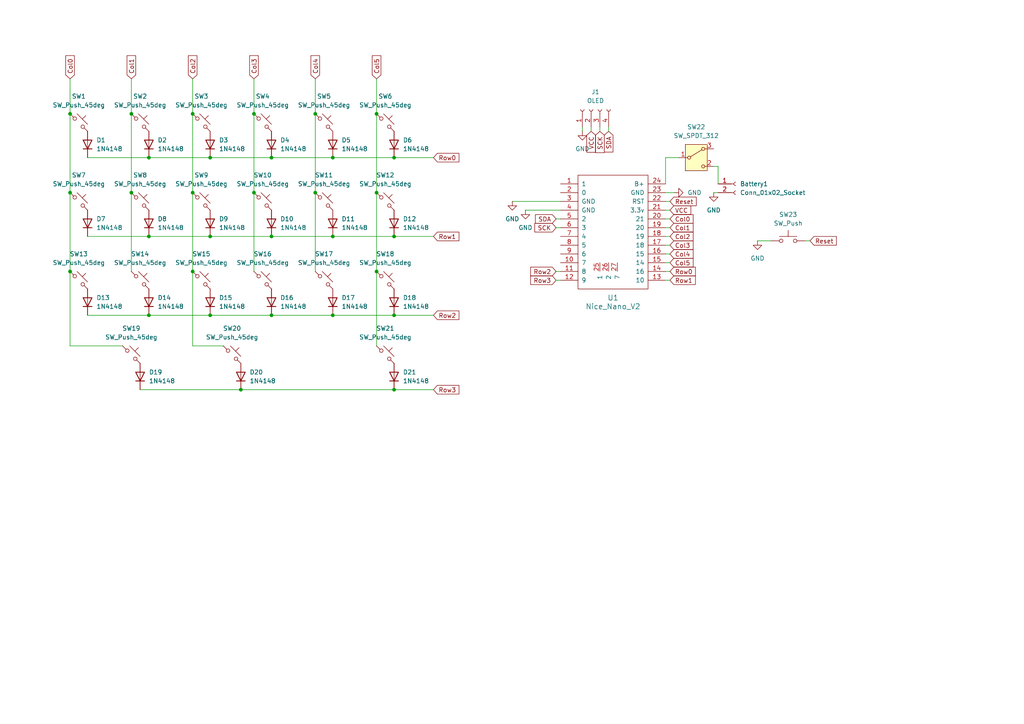
<source format=kicad_sch>
(kicad_sch
	(version 20250114)
	(generator "eeschema")
	(generator_version "9.0")
	(uuid "d346c1c2-c755-4f70-b416-c90018cfe775")
	(paper "A4")
	(lib_symbols
		(symbol "Connector:Conn_01x02_Socket"
			(pin_names
				(offset 1.016)
				(hide yes)
			)
			(exclude_from_sim no)
			(in_bom yes)
			(on_board yes)
			(property "Reference" "J"
				(at 0 2.54 0)
				(effects
					(font
						(size 1.27 1.27)
					)
				)
			)
			(property "Value" "Conn_01x02_Socket"
				(at 0 -5.08 0)
				(effects
					(font
						(size 1.27 1.27)
					)
				)
			)
			(property "Footprint" ""
				(at 0 0 0)
				(effects
					(font
						(size 1.27 1.27)
					)
					(hide yes)
				)
			)
			(property "Datasheet" "~"
				(at 0 0 0)
				(effects
					(font
						(size 1.27 1.27)
					)
					(hide yes)
				)
			)
			(property "Description" "Generic connector, single row, 01x02, script generated"
				(at 0 0 0)
				(effects
					(font
						(size 1.27 1.27)
					)
					(hide yes)
				)
			)
			(property "ki_locked" ""
				(at 0 0 0)
				(effects
					(font
						(size 1.27 1.27)
					)
				)
			)
			(property "ki_keywords" "connector"
				(at 0 0 0)
				(effects
					(font
						(size 1.27 1.27)
					)
					(hide yes)
				)
			)
			(property "ki_fp_filters" "Connector*:*_1x??_*"
				(at 0 0 0)
				(effects
					(font
						(size 1.27 1.27)
					)
					(hide yes)
				)
			)
			(symbol "Conn_01x02_Socket_1_1"
				(polyline
					(pts
						(xy -1.27 0) (xy -0.508 0)
					)
					(stroke
						(width 0.1524)
						(type default)
					)
					(fill
						(type none)
					)
				)
				(polyline
					(pts
						(xy -1.27 -2.54) (xy -0.508 -2.54)
					)
					(stroke
						(width 0.1524)
						(type default)
					)
					(fill
						(type none)
					)
				)
				(arc
					(start 0 -0.508)
					(mid -0.5058 0)
					(end 0 0.508)
					(stroke
						(width 0.1524)
						(type default)
					)
					(fill
						(type none)
					)
				)
				(arc
					(start 0 -3.048)
					(mid -0.5058 -2.54)
					(end 0 -2.032)
					(stroke
						(width 0.1524)
						(type default)
					)
					(fill
						(type none)
					)
				)
				(pin passive line
					(at -5.08 0 0)
					(length 3.81)
					(name "Pin_1"
						(effects
							(font
								(size 1.27 1.27)
							)
						)
					)
					(number "1"
						(effects
							(font
								(size 1.27 1.27)
							)
						)
					)
				)
				(pin passive line
					(at -5.08 -2.54 0)
					(length 3.81)
					(name "Pin_2"
						(effects
							(font
								(size 1.27 1.27)
							)
						)
					)
					(number "2"
						(effects
							(font
								(size 1.27 1.27)
							)
						)
					)
				)
			)
			(embedded_fonts no)
		)
		(symbol "Connector:Conn_01x04_Socket"
			(pin_names
				(offset 1.016)
				(hide yes)
			)
			(exclude_from_sim no)
			(in_bom yes)
			(on_board yes)
			(property "Reference" "J"
				(at 0 5.08 0)
				(effects
					(font
						(size 1.27 1.27)
					)
				)
			)
			(property "Value" "Conn_01x04_Socket"
				(at 0 -7.62 0)
				(effects
					(font
						(size 1.27 1.27)
					)
				)
			)
			(property "Footprint" ""
				(at 0 0 0)
				(effects
					(font
						(size 1.27 1.27)
					)
					(hide yes)
				)
			)
			(property "Datasheet" "~"
				(at 0 0 0)
				(effects
					(font
						(size 1.27 1.27)
					)
					(hide yes)
				)
			)
			(property "Description" "Generic connector, single row, 01x04, script generated"
				(at 0 0 0)
				(effects
					(font
						(size 1.27 1.27)
					)
					(hide yes)
				)
			)
			(property "ki_locked" ""
				(at 0 0 0)
				(effects
					(font
						(size 1.27 1.27)
					)
				)
			)
			(property "ki_keywords" "connector"
				(at 0 0 0)
				(effects
					(font
						(size 1.27 1.27)
					)
					(hide yes)
				)
			)
			(property "ki_fp_filters" "Connector*:*_1x??_*"
				(at 0 0 0)
				(effects
					(font
						(size 1.27 1.27)
					)
					(hide yes)
				)
			)
			(symbol "Conn_01x04_Socket_1_1"
				(polyline
					(pts
						(xy -1.27 2.54) (xy -0.508 2.54)
					)
					(stroke
						(width 0.1524)
						(type default)
					)
					(fill
						(type none)
					)
				)
				(polyline
					(pts
						(xy -1.27 0) (xy -0.508 0)
					)
					(stroke
						(width 0.1524)
						(type default)
					)
					(fill
						(type none)
					)
				)
				(polyline
					(pts
						(xy -1.27 -2.54) (xy -0.508 -2.54)
					)
					(stroke
						(width 0.1524)
						(type default)
					)
					(fill
						(type none)
					)
				)
				(polyline
					(pts
						(xy -1.27 -5.08) (xy -0.508 -5.08)
					)
					(stroke
						(width 0.1524)
						(type default)
					)
					(fill
						(type none)
					)
				)
				(arc
					(start 0 2.032)
					(mid -0.5058 2.54)
					(end 0 3.048)
					(stroke
						(width 0.1524)
						(type default)
					)
					(fill
						(type none)
					)
				)
				(arc
					(start 0 -0.508)
					(mid -0.5058 0)
					(end 0 0.508)
					(stroke
						(width 0.1524)
						(type default)
					)
					(fill
						(type none)
					)
				)
				(arc
					(start 0 -3.048)
					(mid -0.5058 -2.54)
					(end 0 -2.032)
					(stroke
						(width 0.1524)
						(type default)
					)
					(fill
						(type none)
					)
				)
				(arc
					(start 0 -5.588)
					(mid -0.5058 -5.08)
					(end 0 -4.572)
					(stroke
						(width 0.1524)
						(type default)
					)
					(fill
						(type none)
					)
				)
				(pin passive line
					(at -5.08 2.54 0)
					(length 3.81)
					(name "Pin_1"
						(effects
							(font
								(size 1.27 1.27)
							)
						)
					)
					(number "1"
						(effects
							(font
								(size 1.27 1.27)
							)
						)
					)
				)
				(pin passive line
					(at -5.08 0 0)
					(length 3.81)
					(name "Pin_2"
						(effects
							(font
								(size 1.27 1.27)
							)
						)
					)
					(number "2"
						(effects
							(font
								(size 1.27 1.27)
							)
						)
					)
				)
				(pin passive line
					(at -5.08 -2.54 0)
					(length 3.81)
					(name "Pin_3"
						(effects
							(font
								(size 1.27 1.27)
							)
						)
					)
					(number "3"
						(effects
							(font
								(size 1.27 1.27)
							)
						)
					)
				)
				(pin passive line
					(at -5.08 -5.08 0)
					(length 3.81)
					(name "Pin_4"
						(effects
							(font
								(size 1.27 1.27)
							)
						)
					)
					(number "4"
						(effects
							(font
								(size 1.27 1.27)
							)
						)
					)
				)
			)
			(embedded_fonts no)
		)
		(symbol "Diode:1N4148"
			(pin_numbers
				(hide yes)
			)
			(pin_names
				(hide yes)
			)
			(exclude_from_sim no)
			(in_bom yes)
			(on_board yes)
			(property "Reference" "D"
				(at 0 2.54 0)
				(effects
					(font
						(size 1.27 1.27)
					)
				)
			)
			(property "Value" "1N4148"
				(at 0 -2.54 0)
				(effects
					(font
						(size 1.27 1.27)
					)
				)
			)
			(property "Footprint" "Diode_THT:D_DO-35_SOD27_P7.62mm_Horizontal"
				(at 0 0 0)
				(effects
					(font
						(size 1.27 1.27)
					)
					(hide yes)
				)
			)
			(property "Datasheet" "https://assets.nexperia.com/documents/data-sheet/1N4148_1N4448.pdf"
				(at 0 0 0)
				(effects
					(font
						(size 1.27 1.27)
					)
					(hide yes)
				)
			)
			(property "Description" "100V 0.15A standard switching diode, DO-35"
				(at 0 0 0)
				(effects
					(font
						(size 1.27 1.27)
					)
					(hide yes)
				)
			)
			(property "Sim.Device" "D"
				(at 0 0 0)
				(effects
					(font
						(size 1.27 1.27)
					)
					(hide yes)
				)
			)
			(property "Sim.Pins" "1=K 2=A"
				(at 0 0 0)
				(effects
					(font
						(size 1.27 1.27)
					)
					(hide yes)
				)
			)
			(property "ki_keywords" "diode"
				(at 0 0 0)
				(effects
					(font
						(size 1.27 1.27)
					)
					(hide yes)
				)
			)
			(property "ki_fp_filters" "D*DO?35*"
				(at 0 0 0)
				(effects
					(font
						(size 1.27 1.27)
					)
					(hide yes)
				)
			)
			(symbol "1N4148_0_1"
				(polyline
					(pts
						(xy -1.27 1.27) (xy -1.27 -1.27)
					)
					(stroke
						(width 0.254)
						(type default)
					)
					(fill
						(type none)
					)
				)
				(polyline
					(pts
						(xy 1.27 1.27) (xy 1.27 -1.27) (xy -1.27 0) (xy 1.27 1.27)
					)
					(stroke
						(width 0.254)
						(type default)
					)
					(fill
						(type none)
					)
				)
				(polyline
					(pts
						(xy 1.27 0) (xy -1.27 0)
					)
					(stroke
						(width 0)
						(type default)
					)
					(fill
						(type none)
					)
				)
			)
			(symbol "1N4148_1_1"
				(pin passive line
					(at -3.81 0 0)
					(length 2.54)
					(name "K"
						(effects
							(font
								(size 1.27 1.27)
							)
						)
					)
					(number "1"
						(effects
							(font
								(size 1.27 1.27)
							)
						)
					)
				)
				(pin passive line
					(at 3.81 0 180)
					(length 2.54)
					(name "A"
						(effects
							(font
								(size 1.27 1.27)
							)
						)
					)
					(number "2"
						(effects
							(font
								(size 1.27 1.27)
							)
						)
					)
				)
			)
			(embedded_fonts no)
		)
		(symbol "ScotoKeebs:MCU_Nice_Nano_V2"
			(pin_names
				(offset 1.016)
			)
			(exclude_from_sim no)
			(in_bom yes)
			(on_board yes)
			(property "Reference" "U"
				(at 0 0 0)
				(effects
					(font
						(size 1.524 1.524)
					)
				)
			)
			(property "Value" "Nice_Nano_V2"
				(at 0 -19.05 0)
				(effects
					(font
						(size 1.524 1.524)
					)
				)
			)
			(property "Footprint" "ScottoKeebs_MCU:Nice_Nano_V2"
				(at 0 -22.86 0)
				(effects
					(font
						(size 1.524 1.524)
					)
					(hide yes)
				)
			)
			(property "Datasheet" ""
				(at 26.67 -63.5 90)
				(effects
					(font
						(size 1.524 1.524)
					)
					(hide yes)
				)
			)
			(property "Description" ""
				(at 0 0 0)
				(effects
					(font
						(size 1.27 1.27)
					)
					(hide yes)
				)
			)
			(symbol "MCU_Nice_Nano_V2_0_1"
				(rectangle
					(start -10.16 16.51)
					(end 10.16 -16.51)
					(stroke
						(width 0)
						(type solid)
					)
					(fill
						(type none)
					)
				)
			)
			(symbol "MCU_Nice_Nano_V2_1_1"
				(pin input line
					(at -15.24 13.97 0)
					(length 5.08)
					(name "1"
						(effects
							(font
								(size 1.27 1.27)
							)
						)
					)
					(number "1"
						(effects
							(font
								(size 1.27 1.27)
							)
						)
					)
				)
				(pin input line
					(at -15.24 11.43 0)
					(length 5.08)
					(name "0"
						(effects
							(font
								(size 1.27 1.27)
							)
						)
					)
					(number "2"
						(effects
							(font
								(size 1.27 1.27)
							)
						)
					)
				)
				(pin input line
					(at -15.24 8.89 0)
					(length 5.08)
					(name "GND"
						(effects
							(font
								(size 1.27 1.27)
							)
						)
					)
					(number "3"
						(effects
							(font
								(size 1.27 1.27)
							)
						)
					)
				)
				(pin input line
					(at -15.24 6.35 0)
					(length 5.08)
					(name "GND"
						(effects
							(font
								(size 1.27 1.27)
							)
						)
					)
					(number "4"
						(effects
							(font
								(size 1.27 1.27)
							)
						)
					)
				)
				(pin input line
					(at -15.24 3.81 0)
					(length 5.08)
					(name "2"
						(effects
							(font
								(size 1.27 1.27)
							)
						)
					)
					(number "5"
						(effects
							(font
								(size 1.27 1.27)
							)
						)
					)
				)
				(pin input line
					(at -15.24 1.27 0)
					(length 5.08)
					(name "3"
						(effects
							(font
								(size 1.27 1.27)
							)
						)
					)
					(number "6"
						(effects
							(font
								(size 1.27 1.27)
							)
						)
					)
				)
				(pin input line
					(at -15.24 -1.27 0)
					(length 5.08)
					(name "4"
						(effects
							(font
								(size 1.27 1.27)
							)
						)
					)
					(number "7"
						(effects
							(font
								(size 1.27 1.27)
							)
						)
					)
				)
				(pin input line
					(at -15.24 -3.81 0)
					(length 5.08)
					(name "5"
						(effects
							(font
								(size 1.27 1.27)
							)
						)
					)
					(number "8"
						(effects
							(font
								(size 1.27 1.27)
							)
						)
					)
				)
				(pin input line
					(at -15.24 -6.35 0)
					(length 5.08)
					(name "6"
						(effects
							(font
								(size 1.27 1.27)
							)
						)
					)
					(number "9"
						(effects
							(font
								(size 1.27 1.27)
							)
						)
					)
				)
				(pin input line
					(at -15.24 -8.89 0)
					(length 5.08)
					(name "7"
						(effects
							(font
								(size 1.27 1.27)
							)
						)
					)
					(number "10"
						(effects
							(font
								(size 1.27 1.27)
							)
						)
					)
				)
				(pin input line
					(at -15.24 -11.43 0)
					(length 5.08)
					(name "8"
						(effects
							(font
								(size 1.27 1.27)
							)
						)
					)
					(number "11"
						(effects
							(font
								(size 1.27 1.27)
							)
						)
					)
				)
				(pin input line
					(at -15.24 -13.97 0)
					(length 5.08)
					(name "9"
						(effects
							(font
								(size 1.27 1.27)
							)
						)
					)
					(number "12"
						(effects
							(font
								(size 1.27 1.27)
							)
						)
					)
				)
				(pin input line
					(at -3.81 -8.89 270)
					(length 2.5)
					(name "1"
						(effects
							(font
								(size 1.27 1.27)
							)
						)
					)
					(number "25"
						(effects
							(font
								(size 1.27 1.27)
							)
						)
					)
				)
				(pin input line
					(at -1.27 -8.89 270)
					(length 2.5)
					(name "2"
						(effects
							(font
								(size 1.27 1.27)
							)
						)
					)
					(number "26"
						(effects
							(font
								(size 1.27 1.27)
							)
						)
					)
				)
				(pin input line
					(at 1.27 -8.89 270)
					(length 2.5)
					(name "7"
						(effects
							(font
								(size 1.27 1.27)
							)
						)
					)
					(number "27"
						(effects
							(font
								(size 1.27 1.27)
							)
						)
					)
				)
				(pin input line
					(at 15.24 13.97 180)
					(length 5.08)
					(name "B+"
						(effects
							(font
								(size 1.27 1.27)
							)
						)
					)
					(number "24"
						(effects
							(font
								(size 1.27 1.27)
							)
						)
					)
				)
				(pin input line
					(at 15.24 11.43 180)
					(length 5.08)
					(name "GND"
						(effects
							(font
								(size 1.27 1.27)
							)
						)
					)
					(number "23"
						(effects
							(font
								(size 1.27 1.27)
							)
						)
					)
				)
				(pin input line
					(at 15.24 8.89 180)
					(length 5.08)
					(name "RST"
						(effects
							(font
								(size 1.27 1.27)
							)
						)
					)
					(number "22"
						(effects
							(font
								(size 1.27 1.27)
							)
						)
					)
				)
				(pin input line
					(at 15.24 6.35 180)
					(length 5.08)
					(name "3.3v"
						(effects
							(font
								(size 1.27 1.27)
							)
						)
					)
					(number "21"
						(effects
							(font
								(size 1.27 1.27)
							)
						)
					)
				)
				(pin input line
					(at 15.24 3.81 180)
					(length 5.08)
					(name "21"
						(effects
							(font
								(size 1.27 1.27)
							)
						)
					)
					(number "20"
						(effects
							(font
								(size 1.27 1.27)
							)
						)
					)
				)
				(pin input line
					(at 15.24 1.27 180)
					(length 5.08)
					(name "20"
						(effects
							(font
								(size 1.27 1.27)
							)
						)
					)
					(number "19"
						(effects
							(font
								(size 1.27 1.27)
							)
						)
					)
				)
				(pin input line
					(at 15.24 -1.27 180)
					(length 5.08)
					(name "19"
						(effects
							(font
								(size 1.27 1.27)
							)
						)
					)
					(number "18"
						(effects
							(font
								(size 1.27 1.27)
							)
						)
					)
				)
				(pin input line
					(at 15.24 -3.81 180)
					(length 5.08)
					(name "18"
						(effects
							(font
								(size 1.27 1.27)
							)
						)
					)
					(number "17"
						(effects
							(font
								(size 1.27 1.27)
							)
						)
					)
				)
				(pin input line
					(at 15.24 -6.35 180)
					(length 5.08)
					(name "15"
						(effects
							(font
								(size 1.27 1.27)
							)
						)
					)
					(number "16"
						(effects
							(font
								(size 1.27 1.27)
							)
						)
					)
				)
				(pin input line
					(at 15.24 -8.89 180)
					(length 5.08)
					(name "14"
						(effects
							(font
								(size 1.27 1.27)
							)
						)
					)
					(number "15"
						(effects
							(font
								(size 1.27 1.27)
							)
						)
					)
				)
				(pin input line
					(at 15.24 -11.43 180)
					(length 5.08)
					(name "16"
						(effects
							(font
								(size 1.27 1.27)
							)
						)
					)
					(number "14"
						(effects
							(font
								(size 1.27 1.27)
							)
						)
					)
				)
				(pin input line
					(at 15.24 -13.97 180)
					(length 5.08)
					(name "10"
						(effects
							(font
								(size 1.27 1.27)
							)
						)
					)
					(number "13"
						(effects
							(font
								(size 1.27 1.27)
							)
						)
					)
				)
			)
			(embedded_fonts no)
		)
		(symbol "Switch:SW_Push"
			(pin_numbers
				(hide yes)
			)
			(pin_names
				(offset 1.016)
				(hide yes)
			)
			(exclude_from_sim no)
			(in_bom yes)
			(on_board yes)
			(property "Reference" "SW"
				(at 1.27 2.54 0)
				(effects
					(font
						(size 1.27 1.27)
					)
					(justify left)
				)
			)
			(property "Value" "SW_Push"
				(at 0 -1.524 0)
				(effects
					(font
						(size 1.27 1.27)
					)
				)
			)
			(property "Footprint" ""
				(at 0 5.08 0)
				(effects
					(font
						(size 1.27 1.27)
					)
					(hide yes)
				)
			)
			(property "Datasheet" "~"
				(at 0 5.08 0)
				(effects
					(font
						(size 1.27 1.27)
					)
					(hide yes)
				)
			)
			(property "Description" "Push button switch, generic, two pins"
				(at 0 0 0)
				(effects
					(font
						(size 1.27 1.27)
					)
					(hide yes)
				)
			)
			(property "ki_keywords" "switch normally-open pushbutton push-button"
				(at 0 0 0)
				(effects
					(font
						(size 1.27 1.27)
					)
					(hide yes)
				)
			)
			(symbol "SW_Push_0_1"
				(circle
					(center -2.032 0)
					(radius 0.508)
					(stroke
						(width 0)
						(type default)
					)
					(fill
						(type none)
					)
				)
				(polyline
					(pts
						(xy 0 1.27) (xy 0 3.048)
					)
					(stroke
						(width 0)
						(type default)
					)
					(fill
						(type none)
					)
				)
				(circle
					(center 2.032 0)
					(radius 0.508)
					(stroke
						(width 0)
						(type default)
					)
					(fill
						(type none)
					)
				)
				(polyline
					(pts
						(xy 2.54 1.27) (xy -2.54 1.27)
					)
					(stroke
						(width 0)
						(type default)
					)
					(fill
						(type none)
					)
				)
				(pin passive line
					(at -5.08 0 0)
					(length 2.54)
					(name "1"
						(effects
							(font
								(size 1.27 1.27)
							)
						)
					)
					(number "1"
						(effects
							(font
								(size 1.27 1.27)
							)
						)
					)
				)
				(pin passive line
					(at 5.08 0 180)
					(length 2.54)
					(name "2"
						(effects
							(font
								(size 1.27 1.27)
							)
						)
					)
					(number "2"
						(effects
							(font
								(size 1.27 1.27)
							)
						)
					)
				)
			)
			(embedded_fonts no)
		)
		(symbol "Switch:SW_Push_45deg"
			(pin_numbers
				(hide yes)
			)
			(pin_names
				(offset 1.016)
				(hide yes)
			)
			(exclude_from_sim no)
			(in_bom yes)
			(on_board yes)
			(property "Reference" "SW"
				(at 3.048 1.016 0)
				(effects
					(font
						(size 1.27 1.27)
					)
					(justify left)
				)
			)
			(property "Value" "SW_Push_45deg"
				(at 0 -3.81 0)
				(effects
					(font
						(size 1.27 1.27)
					)
				)
			)
			(property "Footprint" ""
				(at 0 0 0)
				(effects
					(font
						(size 1.27 1.27)
					)
					(hide yes)
				)
			)
			(property "Datasheet" "~"
				(at 0 0 0)
				(effects
					(font
						(size 1.27 1.27)
					)
					(hide yes)
				)
			)
			(property "Description" "Push button switch, normally open, two pins, 45° tilted"
				(at 0 0 0)
				(effects
					(font
						(size 1.27 1.27)
					)
					(hide yes)
				)
			)
			(property "ki_keywords" "switch normally-open pushbutton push-button"
				(at 0 0 0)
				(effects
					(font
						(size 1.27 1.27)
					)
					(hide yes)
				)
			)
			(symbol "SW_Push_45deg_0_1"
				(polyline
					(pts
						(xy -2.54 2.54) (xy -1.524 1.524) (xy -1.524 1.524)
					)
					(stroke
						(width 0)
						(type default)
					)
					(fill
						(type none)
					)
				)
				(circle
					(center -1.1684 1.1684)
					(radius 0.508)
					(stroke
						(width 0)
						(type default)
					)
					(fill
						(type none)
					)
				)
				(polyline
					(pts
						(xy -0.508 2.54) (xy 2.54 -0.508)
					)
					(stroke
						(width 0)
						(type default)
					)
					(fill
						(type none)
					)
				)
				(polyline
					(pts
						(xy 1.016 1.016) (xy 2.032 2.032)
					)
					(stroke
						(width 0)
						(type default)
					)
					(fill
						(type none)
					)
				)
				(circle
					(center 1.143 -1.1938)
					(radius 0.508)
					(stroke
						(width 0)
						(type default)
					)
					(fill
						(type none)
					)
				)
				(polyline
					(pts
						(xy 1.524 -1.524) (xy 2.54 -2.54) (xy 2.54 -2.54) (xy 2.54 -2.54)
					)
					(stroke
						(width 0)
						(type default)
					)
					(fill
						(type none)
					)
				)
				(pin passive line
					(at -2.54 2.54 0)
					(length 0)
					(name "1"
						(effects
							(font
								(size 1.27 1.27)
							)
						)
					)
					(number "1"
						(effects
							(font
								(size 1.27 1.27)
							)
						)
					)
				)
				(pin passive line
					(at 2.54 -2.54 180)
					(length 0)
					(name "2"
						(effects
							(font
								(size 1.27 1.27)
							)
						)
					)
					(number "2"
						(effects
							(font
								(size 1.27 1.27)
							)
						)
					)
				)
			)
			(embedded_fonts no)
		)
		(symbol "Switch:SW_SPDT_312"
			(pin_names
				(offset 1)
				(hide yes)
			)
			(exclude_from_sim no)
			(in_bom yes)
			(on_board yes)
			(property "Reference" "SW"
				(at 0 5.08 0)
				(effects
					(font
						(size 1.27 1.27)
					)
				)
			)
			(property "Value" "SW_SPDT_312"
				(at 0 -5.08 0)
				(effects
					(font
						(size 1.27 1.27)
					)
				)
			)
			(property "Footprint" ""
				(at 0 -10.16 0)
				(effects
					(font
						(size 1.27 1.27)
					)
					(hide yes)
				)
			)
			(property "Datasheet" "~"
				(at 0 -7.62 0)
				(effects
					(font
						(size 1.27 1.27)
					)
					(hide yes)
				)
			)
			(property "Description" "Switch, single pole double throw"
				(at 0 0 0)
				(effects
					(font
						(size 1.27 1.27)
					)
					(hide yes)
				)
			)
			(property "ki_keywords" "changeover single-pole double-throw spdt ON-ON"
				(at 0 0 0)
				(effects
					(font
						(size 1.27 1.27)
					)
					(hide yes)
				)
			)
			(symbol "SW_SPDT_312_0_1"
				(circle
					(center -2.032 0)
					(radius 0.4572)
					(stroke
						(width 0)
						(type default)
					)
					(fill
						(type none)
					)
				)
				(polyline
					(pts
						(xy -1.651 0.254) (xy 1.651 2.286)
					)
					(stroke
						(width 0)
						(type default)
					)
					(fill
						(type none)
					)
				)
				(circle
					(center 2.032 2.54)
					(radius 0.4572)
					(stroke
						(width 0)
						(type default)
					)
					(fill
						(type none)
					)
				)
				(circle
					(center 2.032 -2.54)
					(radius 0.4572)
					(stroke
						(width 0)
						(type default)
					)
					(fill
						(type none)
					)
				)
			)
			(symbol "SW_SPDT_312_1_1"
				(rectangle
					(start -3.175 3.81)
					(end 3.175 -3.81)
					(stroke
						(width 0)
						(type default)
					)
					(fill
						(type background)
					)
				)
				(pin passive line
					(at -5.08 0 0)
					(length 2.54)
					(name "B"
						(effects
							(font
								(size 1.27 1.27)
							)
						)
					)
					(number "1"
						(effects
							(font
								(size 1.27 1.27)
							)
						)
					)
				)
				(pin passive line
					(at 5.08 2.54 180)
					(length 2.54)
					(name "A"
						(effects
							(font
								(size 1.27 1.27)
							)
						)
					)
					(number "3"
						(effects
							(font
								(size 1.27 1.27)
							)
						)
					)
				)
				(pin passive line
					(at 5.08 -2.54 180)
					(length 2.54)
					(name "C"
						(effects
							(font
								(size 1.27 1.27)
							)
						)
					)
					(number "2"
						(effects
							(font
								(size 1.27 1.27)
							)
						)
					)
				)
			)
			(embedded_fonts no)
		)
		(symbol "power:GND"
			(power)
			(pin_numbers
				(hide yes)
			)
			(pin_names
				(offset 0)
				(hide yes)
			)
			(exclude_from_sim no)
			(in_bom yes)
			(on_board yes)
			(property "Reference" "#PWR"
				(at 0 -6.35 0)
				(effects
					(font
						(size 1.27 1.27)
					)
					(hide yes)
				)
			)
			(property "Value" "GND"
				(at 0 -3.81 0)
				(effects
					(font
						(size 1.27 1.27)
					)
				)
			)
			(property "Footprint" ""
				(at 0 0 0)
				(effects
					(font
						(size 1.27 1.27)
					)
					(hide yes)
				)
			)
			(property "Datasheet" ""
				(at 0 0 0)
				(effects
					(font
						(size 1.27 1.27)
					)
					(hide yes)
				)
			)
			(property "Description" "Power symbol creates a global label with name \"GND\" , ground"
				(at 0 0 0)
				(effects
					(font
						(size 1.27 1.27)
					)
					(hide yes)
				)
			)
			(property "ki_keywords" "global power"
				(at 0 0 0)
				(effects
					(font
						(size 1.27 1.27)
					)
					(hide yes)
				)
			)
			(symbol "GND_0_1"
				(polyline
					(pts
						(xy 0 0) (xy 0 -1.27) (xy 1.27 -1.27) (xy 0 -2.54) (xy -1.27 -1.27) (xy 0 -1.27)
					)
					(stroke
						(width 0)
						(type default)
					)
					(fill
						(type none)
					)
				)
			)
			(symbol "GND_1_1"
				(pin power_in line
					(at 0 0 270)
					(length 0)
					(name "~"
						(effects
							(font
								(size 1.27 1.27)
							)
						)
					)
					(number "1"
						(effects
							(font
								(size 1.27 1.27)
							)
						)
					)
				)
			)
			(embedded_fonts no)
		)
	)
	(junction
		(at 78.74 91.44)
		(diameter 0)
		(color 0 0 0 0)
		(uuid "10c6d206-cd1c-47a2-abd4-2898c3abf95c")
	)
	(junction
		(at 60.96 45.72)
		(diameter 0)
		(color 0 0 0 0)
		(uuid "1550797c-0987-4bb4-887d-a22a9909dcd4")
	)
	(junction
		(at 114.3 68.58)
		(diameter 0)
		(color 0 0 0 0)
		(uuid "1749b3f1-e7ea-41a3-a0ca-e238b8e354ff")
	)
	(junction
		(at 43.18 45.72)
		(diameter 0)
		(color 0 0 0 0)
		(uuid "197af812-96ae-4562-a180-64c7a5113d50")
	)
	(junction
		(at 69.85 113.03)
		(diameter 0)
		(color 0 0 0 0)
		(uuid "1b354f4b-fd82-4bb3-8d66-24d5e25fc2a1")
	)
	(junction
		(at 73.66 55.88)
		(diameter 0)
		(color 0 0 0 0)
		(uuid "1c423e53-d174-4ca3-8ed6-5a0e7df13cdf")
	)
	(junction
		(at 20.32 55.88)
		(diameter 0)
		(color 0 0 0 0)
		(uuid "1e52736c-8238-4726-bf2e-1875a606ae16")
	)
	(junction
		(at 91.44 33.02)
		(diameter 0)
		(color 0 0 0 0)
		(uuid "2f81b964-5edb-4bfe-8ac5-cb3709448d17")
	)
	(junction
		(at 109.22 55.88)
		(diameter 0)
		(color 0 0 0 0)
		(uuid "35d05f0a-2e3f-4ddd-bd9b-cd5d6376c990")
	)
	(junction
		(at 91.44 55.88)
		(diameter 0)
		(color 0 0 0 0)
		(uuid "3cfa9da1-7bdb-4401-b618-333a63f459e2")
	)
	(junction
		(at 114.3 113.03)
		(diameter 0)
		(color 0 0 0 0)
		(uuid "4b319876-58c1-4c1d-a8ec-c2adc912105c")
	)
	(junction
		(at 55.88 55.88)
		(diameter 0)
		(color 0 0 0 0)
		(uuid "5f15276f-90e9-4cdc-bf5f-aba394454914")
	)
	(junction
		(at 20.32 33.02)
		(diameter 0)
		(color 0 0 0 0)
		(uuid "5f46e979-c9dc-4d42-8716-129e1d3e11ed")
	)
	(junction
		(at 55.88 78.74)
		(diameter 0)
		(color 0 0 0 0)
		(uuid "62da40b9-48a1-4e66-9682-7ee69a49d9a9")
	)
	(junction
		(at 96.52 45.72)
		(diameter 0)
		(color 0 0 0 0)
		(uuid "71c4242f-a543-4ba8-ae64-512138d9032e")
	)
	(junction
		(at 109.22 33.02)
		(diameter 0)
		(color 0 0 0 0)
		(uuid "7418cb60-83a7-4c72-8a14-257e97fab621")
	)
	(junction
		(at 43.18 68.58)
		(diameter 0)
		(color 0 0 0 0)
		(uuid "7a0919f4-e835-422b-92c5-23a912c04d57")
	)
	(junction
		(at 60.96 91.44)
		(diameter 0)
		(color 0 0 0 0)
		(uuid "8369ac88-fc81-45e7-807e-9301acfc9eaf")
	)
	(junction
		(at 109.22 78.74)
		(diameter 0)
		(color 0 0 0 0)
		(uuid "89c04a46-e380-4e9d-a16b-2d1d85f7d8e6")
	)
	(junction
		(at 38.1 55.88)
		(diameter 0)
		(color 0 0 0 0)
		(uuid "91a21f65-1cd7-428d-a1e4-84c41342e777")
	)
	(junction
		(at 55.88 33.02)
		(diameter 0)
		(color 0 0 0 0)
		(uuid "a169f812-b359-4577-9f64-30aaed95c177")
	)
	(junction
		(at 114.3 45.72)
		(diameter 0)
		(color 0 0 0 0)
		(uuid "a289b9b7-e616-4b04-ba1f-00de8d43f2ab")
	)
	(junction
		(at 96.52 68.58)
		(diameter 0)
		(color 0 0 0 0)
		(uuid "a2c92eb8-4949-4718-9720-20921fc1ca17")
	)
	(junction
		(at 20.32 78.74)
		(diameter 0)
		(color 0 0 0 0)
		(uuid "a6fc1235-0cff-46a9-ae35-13053d7eabf4")
	)
	(junction
		(at 96.52 91.44)
		(diameter 0)
		(color 0 0 0 0)
		(uuid "b811d9ff-4317-44ad-9ca4-81af04c17c2a")
	)
	(junction
		(at 78.74 68.58)
		(diameter 0)
		(color 0 0 0 0)
		(uuid "c2b55c06-ced6-475c-b487-7a09507e9255")
	)
	(junction
		(at 73.66 33.02)
		(diameter 0)
		(color 0 0 0 0)
		(uuid "c2e96f92-489b-4500-8973-fd13d4ca27af")
	)
	(junction
		(at 114.3 91.44)
		(diameter 0)
		(color 0 0 0 0)
		(uuid "dc00b0c3-7e6d-436c-bb74-2c98b0684cfe")
	)
	(junction
		(at 78.74 45.72)
		(diameter 0)
		(color 0 0 0 0)
		(uuid "f171a12c-3327-4be3-a101-cf6a8116a956")
	)
	(junction
		(at 60.96 68.58)
		(diameter 0)
		(color 0 0 0 0)
		(uuid "f3ad4557-cc1c-476b-9333-877af379a0b2")
	)
	(junction
		(at 43.18 91.44)
		(diameter 0)
		(color 0 0 0 0)
		(uuid "f4dbbe6d-b3b4-4545-abc4-cbaaea7972fb")
	)
	(junction
		(at 38.1 33.02)
		(diameter 0)
		(color 0 0 0 0)
		(uuid "f99bc13e-91ec-41bd-ad91-d4061ba564da")
	)
	(wire
		(pts
			(xy 20.32 33.02) (xy 20.32 55.88)
		)
		(stroke
			(width 0)
			(type default)
		)
		(uuid "00df4aa4-efe5-4ba3-8840-92b99df8b91d")
	)
	(wire
		(pts
			(xy 55.88 33.02) (xy 55.88 55.88)
		)
		(stroke
			(width 0)
			(type default)
		)
		(uuid "0145f860-4c24-45ed-b590-bce4e459de15")
	)
	(wire
		(pts
			(xy 194.31 76.2) (xy 193.04 76.2)
		)
		(stroke
			(width 0)
			(type default)
		)
		(uuid "01e991b9-3e96-47cc-a121-74e3969f6721")
	)
	(wire
		(pts
			(xy 55.88 78.74) (xy 55.88 100.33)
		)
		(stroke
			(width 0)
			(type default)
		)
		(uuid "06272726-eb41-477d-91f1-d0b7a54163b1")
	)
	(wire
		(pts
			(xy 78.74 68.58) (xy 96.52 68.58)
		)
		(stroke
			(width 0)
			(type default)
		)
		(uuid "08a05d3f-6741-440a-be02-2e4266b76fa3")
	)
	(wire
		(pts
			(xy 194.31 68.58) (xy 193.04 68.58)
		)
		(stroke
			(width 0)
			(type default)
		)
		(uuid "09071702-3153-4093-8036-cdb14cdf0a98")
	)
	(wire
		(pts
			(xy 208.28 48.26) (xy 208.28 53.34)
		)
		(stroke
			(width 0)
			(type default)
		)
		(uuid "103c70e4-e16c-47cc-92d1-f35058b2bb92")
	)
	(wire
		(pts
			(xy 55.88 55.88) (xy 55.88 78.74)
		)
		(stroke
			(width 0)
			(type default)
		)
		(uuid "16c4e016-6a08-4127-af3a-65a454279ec1")
	)
	(wire
		(pts
			(xy 60.96 91.44) (xy 78.74 91.44)
		)
		(stroke
			(width 0)
			(type default)
		)
		(uuid "1ad9a786-4e2d-4337-86ad-b412a399db37")
	)
	(wire
		(pts
			(xy 20.32 100.33) (xy 35.56 100.33)
		)
		(stroke
			(width 0)
			(type default)
		)
		(uuid "20cf082e-0971-4c7a-98f8-78a17afc34c9")
	)
	(wire
		(pts
			(xy 125.73 45.72) (xy 114.3 45.72)
		)
		(stroke
			(width 0)
			(type default)
		)
		(uuid "25ab514e-3974-4897-8c70-6eba0cd1eb0b")
	)
	(wire
		(pts
			(xy 194.31 63.5) (xy 193.04 63.5)
		)
		(stroke
			(width 0)
			(type default)
		)
		(uuid "2bfe84e4-d95e-479f-8e67-0367f34d1f43")
	)
	(wire
		(pts
			(xy 161.29 81.28) (xy 162.56 81.28)
		)
		(stroke
			(width 0)
			(type default)
		)
		(uuid "36a64c51-5769-4ba5-8758-aa91c33134cb")
	)
	(wire
		(pts
			(xy 43.18 45.72) (xy 60.96 45.72)
		)
		(stroke
			(width 0)
			(type default)
		)
		(uuid "38f914ee-dc92-4f6b-8d4d-e0172492bb90")
	)
	(wire
		(pts
			(xy 194.31 81.28) (xy 193.04 81.28)
		)
		(stroke
			(width 0)
			(type default)
		)
		(uuid "3a1c4232-4017-4a91-b1eb-5e5c3aeffae8")
	)
	(wire
		(pts
			(xy 125.73 113.03) (xy 114.3 113.03)
		)
		(stroke
			(width 0)
			(type default)
		)
		(uuid "3b33f7c7-e0d2-47e9-996d-b2b8f0186dd0")
	)
	(wire
		(pts
			(xy 60.96 68.58) (xy 78.74 68.58)
		)
		(stroke
			(width 0)
			(type default)
		)
		(uuid "3c1ab218-7df2-4b9c-b1a2-69e7e1098754")
	)
	(wire
		(pts
			(xy 55.88 100.33) (xy 64.77 100.33)
		)
		(stroke
			(width 0)
			(type default)
		)
		(uuid "3e7d08ce-30c4-486b-a2ea-18bb68b44c36")
	)
	(wire
		(pts
			(xy 38.1 33.02) (xy 38.1 55.88)
		)
		(stroke
			(width 0)
			(type default)
		)
		(uuid "410fd5fa-8606-4631-9e8d-f40abb0820e3")
	)
	(wire
		(pts
			(xy 73.66 22.86) (xy 73.66 33.02)
		)
		(stroke
			(width 0)
			(type default)
		)
		(uuid "441167e1-7804-4bf1-bfa1-8fe85b402e8b")
	)
	(wire
		(pts
			(xy 69.85 113.03) (xy 114.3 113.03)
		)
		(stroke
			(width 0)
			(type default)
		)
		(uuid "45363f69-334d-4695-ab31-ddfb076a5f6a")
	)
	(wire
		(pts
			(xy 173.99 38.1) (xy 173.99 36.83)
		)
		(stroke
			(width 0)
			(type default)
		)
		(uuid "491c15d9-b253-4696-8d1b-878223ce1da8")
	)
	(wire
		(pts
			(xy 161.29 78.74) (xy 162.56 78.74)
		)
		(stroke
			(width 0)
			(type default)
		)
		(uuid "4a0ccf5a-91bc-406d-b640-55bc09e706c8")
	)
	(wire
		(pts
			(xy 193.04 53.34) (xy 193.04 45.72)
		)
		(stroke
			(width 0)
			(type default)
		)
		(uuid "4b04e077-ca1e-4a5a-a33d-d7ffae3280ef")
	)
	(wire
		(pts
			(xy 25.4 68.58) (xy 43.18 68.58)
		)
		(stroke
			(width 0)
			(type default)
		)
		(uuid "4e61442b-8cdf-4aa6-8859-9bd3ff95c80c")
	)
	(wire
		(pts
			(xy 161.29 63.5) (xy 162.56 63.5)
		)
		(stroke
			(width 0)
			(type default)
		)
		(uuid "521f5b57-b297-4175-9be9-4f64e9bcd050")
	)
	(wire
		(pts
			(xy 25.4 91.44) (xy 43.18 91.44)
		)
		(stroke
			(width 0)
			(type default)
		)
		(uuid "563cfca1-9a18-4f26-81b5-2ba19fc3561d")
	)
	(wire
		(pts
			(xy 96.52 91.44) (xy 114.3 91.44)
		)
		(stroke
			(width 0)
			(type default)
		)
		(uuid "592f125a-291a-4eb5-a807-2ab210d4db4a")
	)
	(wire
		(pts
			(xy 168.91 38.1) (xy 168.91 36.83)
		)
		(stroke
			(width 0)
			(type default)
		)
		(uuid "5e5b813d-40c3-4e76-a3ad-caeffee31530")
	)
	(wire
		(pts
			(xy 78.74 91.44) (xy 96.52 91.44)
		)
		(stroke
			(width 0)
			(type default)
		)
		(uuid "62639b92-a901-4386-8088-ea60e8df9f5f")
	)
	(wire
		(pts
			(xy 194.31 66.04) (xy 193.04 66.04)
		)
		(stroke
			(width 0)
			(type default)
		)
		(uuid "62bb3248-ff50-4c7c-b6a9-234daf9b7b6b")
	)
	(wire
		(pts
			(xy 109.22 33.02) (xy 109.22 55.88)
		)
		(stroke
			(width 0)
			(type default)
		)
		(uuid "63690d2c-12e5-45eb-99a6-9a31c35fd937")
	)
	(wire
		(pts
			(xy 109.22 78.74) (xy 109.22 100.33)
		)
		(stroke
			(width 0)
			(type default)
		)
		(uuid "66cc7f61-3777-44fb-8d43-830ce36eada1")
	)
	(wire
		(pts
			(xy 194.31 78.74) (xy 193.04 78.74)
		)
		(stroke
			(width 0)
			(type default)
		)
		(uuid "698612d6-0028-48e0-b792-b275e9d50201")
	)
	(wire
		(pts
			(xy 125.73 68.58) (xy 114.3 68.58)
		)
		(stroke
			(width 0)
			(type default)
		)
		(uuid "6d49c6a1-71df-46e3-b584-4e2fb7b8020b")
	)
	(wire
		(pts
			(xy 171.45 38.1) (xy 171.45 36.83)
		)
		(stroke
			(width 0)
			(type default)
		)
		(uuid "7105253b-6feb-4b2b-897a-f60f6b85bdeb")
	)
	(wire
		(pts
			(xy 25.4 45.72) (xy 43.18 45.72)
		)
		(stroke
			(width 0)
			(type default)
		)
		(uuid "71d7158a-8742-4bab-a123-04bd87ddbf29")
	)
	(wire
		(pts
			(xy 152.4 60.96) (xy 162.56 60.96)
		)
		(stroke
			(width 0)
			(type default)
		)
		(uuid "762e91f6-6cf6-41b7-8f21-9efd22306635")
	)
	(wire
		(pts
			(xy 109.22 55.88) (xy 109.22 78.74)
		)
		(stroke
			(width 0)
			(type default)
		)
		(uuid "78302e43-351c-4ee8-b0c6-49457aea55c4")
	)
	(wire
		(pts
			(xy 43.18 91.44) (xy 60.96 91.44)
		)
		(stroke
			(width 0)
			(type default)
		)
		(uuid "7f05de9b-aced-4c5b-8619-f727b561f352")
	)
	(wire
		(pts
			(xy 194.31 71.12) (xy 193.04 71.12)
		)
		(stroke
			(width 0)
			(type default)
		)
		(uuid "81f6072a-6f8c-46f3-a4ae-29d10135710b")
	)
	(wire
		(pts
			(xy 207.01 48.26) (xy 208.28 48.26)
		)
		(stroke
			(width 0)
			(type default)
		)
		(uuid "84c11f80-9d2b-481e-ac10-f44c11256015")
	)
	(wire
		(pts
			(xy 125.73 91.44) (xy 114.3 91.44)
		)
		(stroke
			(width 0)
			(type default)
		)
		(uuid "8bbbb5a6-f150-4a67-acf4-2aba6ecf7957")
	)
	(wire
		(pts
			(xy 78.74 45.72) (xy 96.52 45.72)
		)
		(stroke
			(width 0)
			(type default)
		)
		(uuid "8fc52b98-42ca-474d-b6ec-4ebaede11f90")
	)
	(wire
		(pts
			(xy 38.1 55.88) (xy 38.1 78.74)
		)
		(stroke
			(width 0)
			(type default)
		)
		(uuid "92264ebc-3931-41c8-96ea-6a957b0380b8")
	)
	(wire
		(pts
			(xy 20.32 78.74) (xy 20.32 100.33)
		)
		(stroke
			(width 0)
			(type default)
		)
		(uuid "92593743-e737-4998-a5f4-83d6ed0a4185")
	)
	(wire
		(pts
			(xy 176.53 38.1) (xy 176.53 36.83)
		)
		(stroke
			(width 0)
			(type default)
		)
		(uuid "964a5bfb-32f9-43e6-8bb7-8000be56926d")
	)
	(wire
		(pts
			(xy 207.01 55.88) (xy 208.28 55.88)
		)
		(stroke
			(width 0)
			(type default)
		)
		(uuid "9709cd58-a296-4d50-a5ad-6f9d3216706c")
	)
	(wire
		(pts
			(xy 161.29 66.04) (xy 162.56 66.04)
		)
		(stroke
			(width 0)
			(type default)
		)
		(uuid "9978ecdb-b5c5-4d30-b09c-a7ba6c3bbcde")
	)
	(wire
		(pts
			(xy 60.96 45.72) (xy 78.74 45.72)
		)
		(stroke
			(width 0)
			(type default)
		)
		(uuid "9d34cb2c-c868-452b-a168-9c50cd7dbd17")
	)
	(wire
		(pts
			(xy 73.66 33.02) (xy 73.66 55.88)
		)
		(stroke
			(width 0)
			(type default)
		)
		(uuid "9e3da160-44a6-4e6c-bb9f-9dfee9cba848")
	)
	(wire
		(pts
			(xy 91.44 55.88) (xy 91.44 78.74)
		)
		(stroke
			(width 0)
			(type default)
		)
		(uuid "a1c2896b-f55d-450a-b21e-bf63817f7a99")
	)
	(wire
		(pts
			(xy 193.04 55.88) (xy 195.58 55.88)
		)
		(stroke
			(width 0)
			(type default)
		)
		(uuid "a5384bcb-2b2e-4cc8-b6ff-02450839d287")
	)
	(wire
		(pts
			(xy 38.1 22.86) (xy 38.1 33.02)
		)
		(stroke
			(width 0)
			(type default)
		)
		(uuid "a7865f5c-89ce-4f9b-af9d-6997f1024546")
	)
	(wire
		(pts
			(xy 43.18 68.58) (xy 60.96 68.58)
		)
		(stroke
			(width 0)
			(type default)
		)
		(uuid "afc9ebf3-c536-4e07-b856-794608848b7f")
	)
	(wire
		(pts
			(xy 219.71 69.85) (xy 223.52 69.85)
		)
		(stroke
			(width 0)
			(type default)
		)
		(uuid "b1c610f9-6a09-40cf-a210-97c27dc57016")
	)
	(wire
		(pts
			(xy 96.52 45.72) (xy 114.3 45.72)
		)
		(stroke
			(width 0)
			(type default)
		)
		(uuid "bb872715-25a4-41c7-b84f-b350c8db021b")
	)
	(wire
		(pts
			(xy 20.32 55.88) (xy 20.32 78.74)
		)
		(stroke
			(width 0)
			(type default)
		)
		(uuid "bc2df318-865d-454f-b1db-9ea18873378a")
	)
	(wire
		(pts
			(xy 194.31 73.66) (xy 193.04 73.66)
		)
		(stroke
			(width 0)
			(type default)
		)
		(uuid "c311143d-7272-4c56-9efa-4c4e26bfcfef")
	)
	(wire
		(pts
			(xy 91.44 33.02) (xy 91.44 55.88)
		)
		(stroke
			(width 0)
			(type default)
		)
		(uuid "c5741c6e-17f0-4fc3-a5c7-d8a4d2ff6e5a")
	)
	(wire
		(pts
			(xy 73.66 55.88) (xy 73.66 78.74)
		)
		(stroke
			(width 0)
			(type default)
		)
		(uuid "c7c17a1a-af4f-4b76-963d-d1f45f3f1421")
	)
	(wire
		(pts
			(xy 234.95 69.85) (xy 233.68 69.85)
		)
		(stroke
			(width 0)
			(type default)
		)
		(uuid "c8e5f169-f0f3-4fad-97d4-5b1a3feb91fa")
	)
	(wire
		(pts
			(xy 91.44 22.86) (xy 91.44 33.02)
		)
		(stroke
			(width 0)
			(type default)
		)
		(uuid "ccb406c8-58eb-4bbb-a757-6139bf13a816")
	)
	(wire
		(pts
			(xy 96.52 68.58) (xy 114.3 68.58)
		)
		(stroke
			(width 0)
			(type default)
		)
		(uuid "d18a9fde-bd23-453c-957f-79d582fbc0b0")
	)
	(wire
		(pts
			(xy 20.32 22.86) (xy 20.32 33.02)
		)
		(stroke
			(width 0)
			(type default)
		)
		(uuid "d89e30ff-399b-4193-b208-1b21024bbbda")
	)
	(wire
		(pts
			(xy 40.64 113.03) (xy 69.85 113.03)
		)
		(stroke
			(width 0)
			(type default)
		)
		(uuid "da8b04c2-0b9f-455a-b112-cab474fde2fe")
	)
	(wire
		(pts
			(xy 194.31 60.96) (xy 193.04 60.96)
		)
		(stroke
			(width 0)
			(type default)
		)
		(uuid "dc3c417b-6518-4109-8dac-191003f2e0c0")
	)
	(wire
		(pts
			(xy 194.31 58.42) (xy 193.04 58.42)
		)
		(stroke
			(width 0)
			(type default)
		)
		(uuid "e618a470-90cb-42c9-a8a3-50e582dbc06c")
	)
	(wire
		(pts
			(xy 148.59 58.42) (xy 162.56 58.42)
		)
		(stroke
			(width 0)
			(type default)
		)
		(uuid "f4a008e1-2712-44fa-a533-5a7c5f90556c")
	)
	(wire
		(pts
			(xy 193.04 45.72) (xy 196.85 45.72)
		)
		(stroke
			(width 0)
			(type default)
		)
		(uuid "f64dc9ac-236d-4c23-b6c5-c856a7687816")
	)
	(wire
		(pts
			(xy 55.88 22.86) (xy 55.88 33.02)
		)
		(stroke
			(width 0)
			(type default)
		)
		(uuid "fac00815-d737-4b71-b11f-6fa90760fcf8")
	)
	(wire
		(pts
			(xy 109.22 22.86) (xy 109.22 33.02)
		)
		(stroke
			(width 0)
			(type default)
		)
		(uuid "fb25ed9c-b65c-4ef6-9a77-26093d8903ed")
	)
	(global_label "Row3"
		(shape input)
		(at 125.73 113.03 0)
		(fields_autoplaced yes)
		(effects
			(font
				(size 1.27 1.27)
			)
			(justify left)
		)
		(uuid "0647bdc0-a3de-4eef-a463-9349fce74cd2")
		(property "Intersheetrefs" "${INTERSHEET_REFS}"
			(at 133.6742 113.03 0)
			(effects
				(font
					(size 1.27 1.27)
				)
				(justify left)
				(hide yes)
			)
		)
	)
	(global_label "Col0"
		(shape input)
		(at 20.32 22.86 90)
		(fields_autoplaced yes)
		(effects
			(font
				(size 1.27 1.27)
			)
			(justify left)
		)
		(uuid "282b88ea-4b3a-4ace-8ce2-04be98377cbb")
		(property "Intersheetrefs" "${INTERSHEET_REFS}"
			(at 20.32 15.5811 90)
			(effects
				(font
					(size 1.27 1.27)
				)
				(justify left)
				(hide yes)
			)
		)
	)
	(global_label "Col3"
		(shape input)
		(at 73.66 22.86 90)
		(fields_autoplaced yes)
		(effects
			(font
				(size 1.27 1.27)
			)
			(justify left)
		)
		(uuid "28afb3e7-26f4-4562-992b-330786390456")
		(property "Intersheetrefs" "${INTERSHEET_REFS}"
			(at 73.66 15.5811 90)
			(effects
				(font
					(size 1.27 1.27)
				)
				(justify left)
				(hide yes)
			)
		)
	)
	(global_label "Reset"
		(shape input)
		(at 194.31 58.42 0)
		(fields_autoplaced yes)
		(effects
			(font
				(size 1.27 1.27)
			)
			(justify left)
		)
		(uuid "3052aa8b-33d7-4a78-b68a-ff007c820ccf")
		(property "Intersheetrefs" "${INTERSHEET_REFS}"
			(at 202.4962 58.42 0)
			(effects
				(font
					(size 1.27 1.27)
				)
				(justify left)
				(hide yes)
			)
		)
	)
	(global_label "SCK"
		(shape input)
		(at 161.29 66.04 180)
		(fields_autoplaced yes)
		(effects
			(font
				(size 1.27 1.27)
			)
			(justify right)
		)
		(uuid "337ecfd2-6f5a-4a18-8fe9-e86365cbc57e")
		(property "Intersheetrefs" "${INTERSHEET_REFS}"
			(at 154.5553 66.04 0)
			(effects
				(font
					(size 1.27 1.27)
				)
				(justify right)
				(hide yes)
			)
		)
	)
	(global_label "Row1"
		(shape input)
		(at 194.31 81.28 0)
		(fields_autoplaced yes)
		(effects
			(font
				(size 1.27 1.27)
			)
			(justify left)
		)
		(uuid "3cabc68a-74c9-4874-a123-0d702ec53ea7")
		(property "Intersheetrefs" "${INTERSHEET_REFS}"
			(at 202.2542 81.28 0)
			(effects
				(font
					(size 1.27 1.27)
				)
				(justify left)
				(hide yes)
			)
		)
	)
	(global_label "SDA"
		(shape input)
		(at 176.53 38.1 270)
		(fields_autoplaced yes)
		(effects
			(font
				(size 1.27 1.27)
			)
			(justify right)
		)
		(uuid "3f99a67a-6d8d-45cf-92b4-8c5dea3a6309")
		(property "Intersheetrefs" "${INTERSHEET_REFS}"
			(at 176.53 44.6533 90)
			(effects
				(font
					(size 1.27 1.27)
				)
				(justify right)
				(hide yes)
			)
		)
	)
	(global_label "Row3"
		(shape input)
		(at 161.29 81.28 180)
		(fields_autoplaced yes)
		(effects
			(font
				(size 1.27 1.27)
			)
			(justify right)
		)
		(uuid "4aa06faa-971f-4f98-8978-adf74d810c0e")
		(property "Intersheetrefs" "${INTERSHEET_REFS}"
			(at 153.3458 81.28 0)
			(effects
				(font
					(size 1.27 1.27)
				)
				(justify right)
				(hide yes)
			)
		)
	)
	(global_label "Col0"
		(shape input)
		(at 194.31 63.5 0)
		(fields_autoplaced yes)
		(effects
			(font
				(size 1.27 1.27)
			)
			(justify left)
		)
		(uuid "4ffad504-c94c-4a9c-8b4b-253fb21ff032")
		(property "Intersheetrefs" "${INTERSHEET_REFS}"
			(at 201.5889 63.5 0)
			(effects
				(font
					(size 1.27 1.27)
				)
				(justify left)
				(hide yes)
			)
		)
	)
	(global_label "Col3"
		(shape input)
		(at 194.31 71.12 0)
		(fields_autoplaced yes)
		(effects
			(font
				(size 1.27 1.27)
			)
			(justify left)
		)
		(uuid "58087aa7-1612-4af5-b486-80bdab6cb859")
		(property "Intersheetrefs" "${INTERSHEET_REFS}"
			(at 201.5889 71.12 0)
			(effects
				(font
					(size 1.27 1.27)
				)
				(justify left)
				(hide yes)
			)
		)
	)
	(global_label "Col5"
		(shape input)
		(at 109.22 22.86 90)
		(fields_autoplaced yes)
		(effects
			(font
				(size 1.27 1.27)
			)
			(justify left)
		)
		(uuid "5bdf797b-bfd3-41e5-a666-b559b4ce5e4f")
		(property "Intersheetrefs" "${INTERSHEET_REFS}"
			(at 109.22 15.5811 90)
			(effects
				(font
					(size 1.27 1.27)
				)
				(justify left)
				(hide yes)
			)
		)
	)
	(global_label "Row0"
		(shape input)
		(at 125.73 45.72 0)
		(fields_autoplaced yes)
		(effects
			(font
				(size 1.27 1.27)
			)
			(justify left)
		)
		(uuid "5c9f5d03-9fdf-409e-82da-d32a1ce6c162")
		(property "Intersheetrefs" "${INTERSHEET_REFS}"
			(at 133.6742 45.72 0)
			(effects
				(font
					(size 1.27 1.27)
				)
				(justify left)
				(hide yes)
			)
		)
	)
	(global_label "Col5"
		(shape input)
		(at 194.31 76.2 0)
		(fields_autoplaced yes)
		(effects
			(font
				(size 1.27 1.27)
			)
			(justify left)
		)
		(uuid "6731b4cd-28e1-49fa-80f1-acddeeaa9171")
		(property "Intersheetrefs" "${INTERSHEET_REFS}"
			(at 201.5889 76.2 0)
			(effects
				(font
					(size 1.27 1.27)
				)
				(justify left)
				(hide yes)
			)
		)
	)
	(global_label "Col1"
		(shape input)
		(at 38.1 22.86 90)
		(fields_autoplaced yes)
		(effects
			(font
				(size 1.27 1.27)
			)
			(justify left)
		)
		(uuid "6b1796b4-f15e-4551-9643-bad0a9cdb53d")
		(property "Intersheetrefs" "${INTERSHEET_REFS}"
			(at 38.1 15.5811 90)
			(effects
				(font
					(size 1.27 1.27)
				)
				(justify left)
				(hide yes)
			)
		)
	)
	(global_label "Row0"
		(shape input)
		(at 194.31 78.74 0)
		(fields_autoplaced yes)
		(effects
			(font
				(size 1.27 1.27)
			)
			(justify left)
		)
		(uuid "7ac779e8-c16f-4241-91d1-2d99bc41e3a8")
		(property "Intersheetrefs" "${INTERSHEET_REFS}"
			(at 202.2542 78.74 0)
			(effects
				(font
					(size 1.27 1.27)
				)
				(justify left)
				(hide yes)
			)
		)
	)
	(global_label "Col1"
		(shape input)
		(at 194.31 66.04 0)
		(fields_autoplaced yes)
		(effects
			(font
				(size 1.27 1.27)
			)
			(justify left)
		)
		(uuid "7e3a5cd7-f2e5-4c7a-9aba-c79a75543260")
		(property "Intersheetrefs" "${INTERSHEET_REFS}"
			(at 201.5889 66.04 0)
			(effects
				(font
					(size 1.27 1.27)
				)
				(justify left)
				(hide yes)
			)
		)
	)
	(global_label "Col2"
		(shape input)
		(at 55.88 22.86 90)
		(fields_autoplaced yes)
		(effects
			(font
				(size 1.27 1.27)
			)
			(justify left)
		)
		(uuid "8d7c5084-2763-4e05-bf20-bfc61767029e")
		(property "Intersheetrefs" "${INTERSHEET_REFS}"
			(at 55.88 15.5811 90)
			(effects
				(font
					(size 1.27 1.27)
				)
				(justify left)
				(hide yes)
			)
		)
	)
	(global_label "Row1"
		(shape input)
		(at 125.73 68.58 0)
		(fields_autoplaced yes)
		(effects
			(font
				(size 1.27 1.27)
			)
			(justify left)
		)
		(uuid "96684bd7-a65b-40a3-9c2d-8cc31dfa71cf")
		(property "Intersheetrefs" "${INTERSHEET_REFS}"
			(at 133.6742 68.58 0)
			(effects
				(font
					(size 1.27 1.27)
				)
				(justify left)
				(hide yes)
			)
		)
	)
	(global_label "VCC"
		(shape input)
		(at 194.31 60.96 0)
		(fields_autoplaced yes)
		(effects
			(font
				(size 1.27 1.27)
			)
			(justify left)
		)
		(uuid "abf619f0-2910-4287-81e0-a128b6d21b18")
		(property "Intersheetrefs" "${INTERSHEET_REFS}"
			(at 200.9238 60.96 0)
			(effects
				(font
					(size 1.27 1.27)
				)
				(justify left)
				(hide yes)
			)
		)
	)
	(global_label "Col2"
		(shape input)
		(at 194.31 68.58 0)
		(fields_autoplaced yes)
		(effects
			(font
				(size 1.27 1.27)
			)
			(justify left)
		)
		(uuid "bf22810d-6126-4f94-a868-f5e38b2928ff")
		(property "Intersheetrefs" "${INTERSHEET_REFS}"
			(at 201.5889 68.58 0)
			(effects
				(font
					(size 1.27 1.27)
				)
				(justify left)
				(hide yes)
			)
		)
	)
	(global_label "SCK"
		(shape input)
		(at 173.99 38.1 270)
		(fields_autoplaced yes)
		(effects
			(font
				(size 1.27 1.27)
			)
			(justify right)
		)
		(uuid "c1b9aed9-74bb-448f-9e86-7893121b570e")
		(property "Intersheetrefs" "${INTERSHEET_REFS}"
			(at 173.99 44.8347 90)
			(effects
				(font
					(size 1.27 1.27)
				)
				(justify right)
				(hide yes)
			)
		)
	)
	(global_label "Row2"
		(shape input)
		(at 161.29 78.74 180)
		(fields_autoplaced yes)
		(effects
			(font
				(size 1.27 1.27)
			)
			(justify right)
		)
		(uuid "cb7c53ce-d4cb-4338-a142-358ce1e7ab2d")
		(property "Intersheetrefs" "${INTERSHEET_REFS}"
			(at 153.3458 78.74 0)
			(effects
				(font
					(size 1.27 1.27)
				)
				(justify right)
				(hide yes)
			)
		)
	)
	(global_label "Row2"
		(shape input)
		(at 125.73 91.44 0)
		(fields_autoplaced yes)
		(effects
			(font
				(size 1.27 1.27)
			)
			(justify left)
		)
		(uuid "ce4f1778-4b59-4186-83e0-448ce01b4481")
		(property "Intersheetrefs" "${INTERSHEET_REFS}"
			(at 133.6742 91.44 0)
			(effects
				(font
					(size 1.27 1.27)
				)
				(justify left)
				(hide yes)
			)
		)
	)
	(global_label "Col4"
		(shape input)
		(at 194.31 73.66 0)
		(fields_autoplaced yes)
		(effects
			(font
				(size 1.27 1.27)
			)
			(justify left)
		)
		(uuid "e0b08100-2d17-4dd2-99d5-d54c14414195")
		(property "Intersheetrefs" "${INTERSHEET_REFS}"
			(at 201.5889 73.66 0)
			(effects
				(font
					(size 1.27 1.27)
				)
				(justify left)
				(hide yes)
			)
		)
	)
	(global_label "Reset"
		(shape input)
		(at 234.95 69.85 0)
		(fields_autoplaced yes)
		(effects
			(font
				(size 1.27 1.27)
			)
			(justify left)
		)
		(uuid "e4f4c5f9-9fb0-4b54-803c-74c69ad1ab44")
		(property "Intersheetrefs" "${INTERSHEET_REFS}"
			(at 243.1362 69.85 0)
			(effects
				(font
					(size 1.27 1.27)
				)
				(justify left)
				(hide yes)
			)
		)
	)
	(global_label "Col4"
		(shape input)
		(at 91.44 22.86 90)
		(fields_autoplaced yes)
		(effects
			(font
				(size 1.27 1.27)
			)
			(justify left)
		)
		(uuid "eed5421c-f1ab-4d0e-ac2b-47468534cfff")
		(property "Intersheetrefs" "${INTERSHEET_REFS}"
			(at 91.44 15.5811 90)
			(effects
				(font
					(size 1.27 1.27)
				)
				(justify left)
				(hide yes)
			)
		)
	)
	(global_label "VCC"
		(shape input)
		(at 171.45 38.1 270)
		(fields_autoplaced yes)
		(effects
			(font
				(size 1.27 1.27)
			)
			(justify right)
		)
		(uuid "f4d7d4f3-9bda-445e-96ab-9fb8280f1e36")
		(property "Intersheetrefs" "${INTERSHEET_REFS}"
			(at 171.45 44.7138 90)
			(effects
				(font
					(size 1.27 1.27)
				)
				(justify right)
				(hide yes)
			)
		)
	)
	(global_label "SDA"
		(shape input)
		(at 161.29 63.5 180)
		(fields_autoplaced yes)
		(effects
			(font
				(size 1.27 1.27)
			)
			(justify right)
		)
		(uuid "f57c27ac-600b-4453-9980-b7f9db410204")
		(property "Intersheetrefs" "${INTERSHEET_REFS}"
			(at 154.7367 63.5 0)
			(effects
				(font
					(size 1.27 1.27)
				)
				(justify right)
				(hide yes)
			)
		)
	)
	(symbol
		(lib_id "power:GND")
		(at 148.59 58.42 0)
		(unit 1)
		(exclude_from_sim no)
		(in_bom yes)
		(on_board yes)
		(dnp no)
		(fields_autoplaced yes)
		(uuid "02cb228c-3a0c-455a-9aa0-c11d83f264a1")
		(property "Reference" "#PWR03"
			(at 148.59 64.77 0)
			(effects
				(font
					(size 1.27 1.27)
				)
				(hide yes)
			)
		)
		(property "Value" "GND"
			(at 148.59 63.5 0)
			(effects
				(font
					(size 1.27 1.27)
				)
			)
		)
		(property "Footprint" ""
			(at 148.59 58.42 0)
			(effects
				(font
					(size 1.27 1.27)
				)
				(hide yes)
			)
		)
		(property "Datasheet" ""
			(at 148.59 58.42 0)
			(effects
				(font
					(size 1.27 1.27)
				)
				(hide yes)
			)
		)
		(property "Description" "Power symbol creates a global label with name \"GND\" , ground"
			(at 148.59 58.42 0)
			(effects
				(font
					(size 1.27 1.27)
				)
				(hide yes)
			)
		)
		(pin "1"
			(uuid "1b59e13a-1921-41e1-8b52-86625a7403d1")
		)
		(instances
			(project "KillerSplit"
				(path "/d346c1c2-c755-4f70-b416-c90018cfe775"
					(reference "#PWR03")
					(unit 1)
				)
			)
		)
	)
	(symbol
		(lib_id "Switch:SW_Push_45deg")
		(at 93.98 35.56 0)
		(unit 1)
		(exclude_from_sim no)
		(in_bom yes)
		(on_board yes)
		(dnp no)
		(fields_autoplaced yes)
		(uuid "0bfdea60-18bd-47bd-a88f-9e296e704bfc")
		(property "Reference" "SW5"
			(at 93.98 27.94 0)
			(effects
				(font
					(size 1.27 1.27)
				)
			)
		)
		(property "Value" "SW_Push_45deg"
			(at 93.98 30.48 0)
			(effects
				(font
					(size 1.27 1.27)
				)
			)
		)
		(property "Footprint" "led:Hotswap_Choc_V1V2_Plated_1.00u_plate_cutout"
			(at 93.98 35.56 0)
			(effects
				(font
					(size 1.27 1.27)
				)
				(hide yes)
			)
		)
		(property "Datasheet" "~"
			(at 93.98 35.56 0)
			(effects
				(font
					(size 1.27 1.27)
				)
				(hide yes)
			)
		)
		(property "Description" "Push button switch, normally open, two pins, 45° tilted"
			(at 93.98 35.56 0)
			(effects
				(font
					(size 1.27 1.27)
				)
				(hide yes)
			)
		)
		(pin "2"
			(uuid "5c08f103-c16a-4f61-861b-405c90ead3ae")
		)
		(pin "1"
			(uuid "ecfebbcb-e275-4809-bdef-4919c8adcb1a")
		)
		(instances
			(project "KillerSplit"
				(path "/d346c1c2-c755-4f70-b416-c90018cfe775"
					(reference "SW5")
					(unit 1)
				)
			)
		)
	)
	(symbol
		(lib_id "Switch:SW_Push_45deg")
		(at 76.2 35.56 0)
		(unit 1)
		(exclude_from_sim no)
		(in_bom yes)
		(on_board yes)
		(dnp no)
		(fields_autoplaced yes)
		(uuid "0cc995cd-4c28-44dc-b03d-8a3652561d90")
		(property "Reference" "SW4"
			(at 76.2 27.94 0)
			(effects
				(font
					(size 1.27 1.27)
				)
			)
		)
		(property "Value" "SW_Push_45deg"
			(at 76.2 30.48 0)
			(effects
				(font
					(size 1.27 1.27)
				)
			)
		)
		(property "Footprint" "led:Hotswap_Choc_V1V2_Plated_1.00u_plate_cutout"
			(at 76.2 35.56 0)
			(effects
				(font
					(size 1.27 1.27)
				)
				(hide yes)
			)
		)
		(property "Datasheet" "~"
			(at 76.2 35.56 0)
			(effects
				(font
					(size 1.27 1.27)
				)
				(hide yes)
			)
		)
		(property "Description" "Push button switch, normally open, two pins, 45° tilted"
			(at 76.2 35.56 0)
			(effects
				(font
					(size 1.27 1.27)
				)
				(hide yes)
			)
		)
		(pin "2"
			(uuid "001dbfff-ae10-48a5-8373-c999c9df5008")
		)
		(pin "1"
			(uuid "0ea26e80-a866-4e75-905d-00a7fd068c34")
		)
		(instances
			(project "KillerSplit"
				(path "/d346c1c2-c755-4f70-b416-c90018cfe775"
					(reference "SW4")
					(unit 1)
				)
			)
		)
	)
	(symbol
		(lib_id "Switch:SW_Push_45deg")
		(at 40.64 35.56 0)
		(unit 1)
		(exclude_from_sim no)
		(in_bom yes)
		(on_board yes)
		(dnp no)
		(fields_autoplaced yes)
		(uuid "0f2758b9-2643-4f88-baf4-4bdc4d666fbe")
		(property "Reference" "SW2"
			(at 40.64 27.94 0)
			(effects
				(font
					(size 1.27 1.27)
				)
			)
		)
		(property "Value" "SW_Push_45deg"
			(at 40.64 30.48 0)
			(effects
				(font
					(size 1.27 1.27)
				)
			)
		)
		(property "Footprint" "led:Hotswap_Choc_V1V2_Plated_1.00u_plate_cutout"
			(at 40.64 35.56 0)
			(effects
				(font
					(size 1.27 1.27)
				)
				(hide yes)
			)
		)
		(property "Datasheet" "~"
			(at 40.64 35.56 0)
			(effects
				(font
					(size 1.27 1.27)
				)
				(hide yes)
			)
		)
		(property "Description" "Push button switch, normally open, two pins, 45° tilted"
			(at 40.64 35.56 0)
			(effects
				(font
					(size 1.27 1.27)
				)
				(hide yes)
			)
		)
		(pin "2"
			(uuid "8903b641-26ee-45fe-9a4d-606457596c61")
		)
		(pin "1"
			(uuid "50f6e2d9-70d9-475c-a761-5a2c12f32031")
		)
		(instances
			(project "KillerSplit"
				(path "/d346c1c2-c755-4f70-b416-c90018cfe775"
					(reference "SW2")
					(unit 1)
				)
			)
		)
	)
	(symbol
		(lib_id "Switch:SW_Push_45deg")
		(at 58.42 58.42 0)
		(unit 1)
		(exclude_from_sim no)
		(in_bom yes)
		(on_board yes)
		(dnp no)
		(fields_autoplaced yes)
		(uuid "0f76adc9-0b86-4fde-8fe6-6961d27cff15")
		(property "Reference" "SW9"
			(at 58.42 50.8 0)
			(effects
				(font
					(size 1.27 1.27)
				)
			)
		)
		(property "Value" "SW_Push_45deg"
			(at 58.42 53.34 0)
			(effects
				(font
					(size 1.27 1.27)
				)
			)
		)
		(property "Footprint" "led:Hotswap_Choc_V1V2_Plated_1.00u_plate_cutout"
			(at 58.42 58.42 0)
			(effects
				(font
					(size 1.27 1.27)
				)
				(hide yes)
			)
		)
		(property "Datasheet" "~"
			(at 58.42 58.42 0)
			(effects
				(font
					(size 1.27 1.27)
				)
				(hide yes)
			)
		)
		(property "Description" "Push button switch, normally open, two pins, 45° tilted"
			(at 58.42 58.42 0)
			(effects
				(font
					(size 1.27 1.27)
				)
				(hide yes)
			)
		)
		(pin "2"
			(uuid "85218861-df71-4fda-8d26-f15361356e61")
		)
		(pin "1"
			(uuid "c31eb6e9-e6b2-4d5e-9cf6-69c92981da5c")
		)
		(instances
			(project "KillerSplit"
				(path "/d346c1c2-c755-4f70-b416-c90018cfe775"
					(reference "SW9")
					(unit 1)
				)
			)
		)
	)
	(symbol
		(lib_id "Switch:SW_Push_45deg")
		(at 22.86 81.28 0)
		(unit 1)
		(exclude_from_sim no)
		(in_bom yes)
		(on_board yes)
		(dnp no)
		(fields_autoplaced yes)
		(uuid "0ff98ffd-8fff-4dd6-871f-152aaa00da2c")
		(property "Reference" "SW13"
			(at 22.86 73.66 0)
			(effects
				(font
					(size 1.27 1.27)
				)
			)
		)
		(property "Value" "SW_Push_45deg"
			(at 22.86 76.2 0)
			(effects
				(font
					(size 1.27 1.27)
				)
			)
		)
		(property "Footprint" "led:Hotswap_Choc_V1V2_Plated_1.00u_plate_cutout"
			(at 22.86 81.28 0)
			(effects
				(font
					(size 1.27 1.27)
				)
				(hide yes)
			)
		)
		(property "Datasheet" "~"
			(at 22.86 81.28 0)
			(effects
				(font
					(size 1.27 1.27)
				)
				(hide yes)
			)
		)
		(property "Description" "Push button switch, normally open, two pins, 45° tilted"
			(at 22.86 81.28 0)
			(effects
				(font
					(size 1.27 1.27)
				)
				(hide yes)
			)
		)
		(pin "2"
			(uuid "c6e13885-abcb-4968-88ed-bfad6ce9c5b7")
		)
		(pin "1"
			(uuid "07fecedb-f25c-4f1c-b753-c1ea9323d5a7")
		)
		(instances
			(project "KillerSplit"
				(path "/d346c1c2-c755-4f70-b416-c90018cfe775"
					(reference "SW13")
					(unit 1)
				)
			)
		)
	)
	(symbol
		(lib_id "Diode:1N4148")
		(at 78.74 64.77 90)
		(unit 1)
		(exclude_from_sim no)
		(in_bom yes)
		(on_board yes)
		(dnp no)
		(fields_autoplaced yes)
		(uuid "120b4823-eb1e-451b-954b-9d2b74b4b3b8")
		(property "Reference" "D10"
			(at 81.28 63.4999 90)
			(effects
				(font
					(size 1.27 1.27)
				)
				(justify right)
			)
		)
		(property "Value" "1N4148"
			(at 81.28 66.0399 90)
			(effects
				(font
					(size 1.27 1.27)
				)
				(justify right)
			)
		)
		(property "Footprint" "Diode_THT:D_DO-35_SOD27_P7.62mm_Horizontal"
			(at 78.74 64.77 0)
			(effects
				(font
					(size 1.27 1.27)
				)
				(hide yes)
			)
		)
		(property "Datasheet" "https://assets.nexperia.com/documents/data-sheet/1N4148_1N4448.pdf"
			(at 78.74 64.77 0)
			(effects
				(font
					(size 1.27 1.27)
				)
				(hide yes)
			)
		)
		(property "Description" "100V 0.15A standard switching diode, DO-35"
			(at 78.74 64.77 0)
			(effects
				(font
					(size 1.27 1.27)
				)
				(hide yes)
			)
		)
		(property "Sim.Device" "D"
			(at 78.74 64.77 0)
			(effects
				(font
					(size 1.27 1.27)
				)
				(hide yes)
			)
		)
		(property "Sim.Pins" "1=K 2=A"
			(at 78.74 64.77 0)
			(effects
				(font
					(size 1.27 1.27)
				)
				(hide yes)
			)
		)
		(pin "1"
			(uuid "9715c9fb-e107-4987-bc19-db0ebaa6cee6")
		)
		(pin "2"
			(uuid "766293ce-9a12-43be-b7fe-558b60f360e6")
		)
		(instances
			(project "KillerSplit"
				(path "/d346c1c2-c755-4f70-b416-c90018cfe775"
					(reference "D10")
					(unit 1)
				)
			)
		)
	)
	(symbol
		(lib_id "Switch:SW_Push_45deg")
		(at 58.42 81.28 0)
		(unit 1)
		(exclude_from_sim no)
		(in_bom yes)
		(on_board yes)
		(dnp no)
		(fields_autoplaced yes)
		(uuid "2308d5d1-cfda-4cd2-91e2-6d0d7da8eeed")
		(property "Reference" "SW15"
			(at 58.42 73.66 0)
			(effects
				(font
					(size 1.27 1.27)
				)
			)
		)
		(property "Value" "SW_Push_45deg"
			(at 58.42 76.2 0)
			(effects
				(font
					(size 1.27 1.27)
				)
			)
		)
		(property "Footprint" "led:Hotswap_Choc_V1V2_Plated_1.00u_plate_cutout"
			(at 58.42 81.28 0)
			(effects
				(font
					(size 1.27 1.27)
				)
				(hide yes)
			)
		)
		(property "Datasheet" "~"
			(at 58.42 81.28 0)
			(effects
				(font
					(size 1.27 1.27)
				)
				(hide yes)
			)
		)
		(property "Description" "Push button switch, normally open, two pins, 45° tilted"
			(at 58.42 81.28 0)
			(effects
				(font
					(size 1.27 1.27)
				)
				(hide yes)
			)
		)
		(pin "2"
			(uuid "0edbd651-7114-4436-bc98-947184bde808")
		)
		(pin "1"
			(uuid "323ffd17-eec6-44a2-ba4c-1fb377c62963")
		)
		(instances
			(project "KillerSplit"
				(path "/d346c1c2-c755-4f70-b416-c90018cfe775"
					(reference "SW15")
					(unit 1)
				)
			)
		)
	)
	(symbol
		(lib_id "Switch:SW_Push_45deg")
		(at 22.86 58.42 0)
		(unit 1)
		(exclude_from_sim no)
		(in_bom yes)
		(on_board yes)
		(dnp no)
		(fields_autoplaced yes)
		(uuid "26d871ad-b1d9-443a-a512-85c4acfa132e")
		(property "Reference" "SW7"
			(at 22.86 50.8 0)
			(effects
				(font
					(size 1.27 1.27)
				)
			)
		)
		(property "Value" "SW_Push_45deg"
			(at 22.86 53.34 0)
			(effects
				(font
					(size 1.27 1.27)
				)
			)
		)
		(property "Footprint" "led:Hotswap_Choc_V1V2_Plated_1.00u_plate_cutout"
			(at 22.86 58.42 0)
			(effects
				(font
					(size 1.27 1.27)
				)
				(hide yes)
			)
		)
		(property "Datasheet" "~"
			(at 22.86 58.42 0)
			(effects
				(font
					(size 1.27 1.27)
				)
				(hide yes)
			)
		)
		(property "Description" "Push button switch, normally open, two pins, 45° tilted"
			(at 22.86 58.42 0)
			(effects
				(font
					(size 1.27 1.27)
				)
				(hide yes)
			)
		)
		(pin "2"
			(uuid "17cd531c-d312-4556-9998-2078a54b234f")
		)
		(pin "1"
			(uuid "cc1affae-5ddc-4bcb-9506-6759867df895")
		)
		(instances
			(project "KillerSplit"
				(path "/d346c1c2-c755-4f70-b416-c90018cfe775"
					(reference "SW7")
					(unit 1)
				)
			)
		)
	)
	(symbol
		(lib_id "Switch:SW_Push_45deg")
		(at 40.64 58.42 0)
		(unit 1)
		(exclude_from_sim no)
		(in_bom yes)
		(on_board yes)
		(dnp no)
		(fields_autoplaced yes)
		(uuid "2edb73ca-4fed-4fe4-8b82-c8e4ed430179")
		(property "Reference" "SW8"
			(at 40.64 50.8 0)
			(effects
				(font
					(size 1.27 1.27)
				)
			)
		)
		(property "Value" "SW_Push_45deg"
			(at 40.64 53.34 0)
			(effects
				(font
					(size 1.27 1.27)
				)
			)
		)
		(property "Footprint" "led:Hotswap_Choc_V1V2_Plated_1.00u_plate_cutout"
			(at 40.64 58.42 0)
			(effects
				(font
					(size 1.27 1.27)
				)
				(hide yes)
			)
		)
		(property "Datasheet" "~"
			(at 40.64 58.42 0)
			(effects
				(font
					(size 1.27 1.27)
				)
				(hide yes)
			)
		)
		(property "Description" "Push button switch, normally open, two pins, 45° tilted"
			(at 40.64 58.42 0)
			(effects
				(font
					(size 1.27 1.27)
				)
				(hide yes)
			)
		)
		(pin "2"
			(uuid "c6cf1f40-bc2e-42e1-b322-6ae6facd3dd4")
		)
		(pin "1"
			(uuid "0f47c724-dece-4bb8-8d09-1ea112037e1c")
		)
		(instances
			(project "KillerSplit"
				(path "/d346c1c2-c755-4f70-b416-c90018cfe775"
					(reference "SW8")
					(unit 1)
				)
			)
		)
	)
	(symbol
		(lib_id "Diode:1N4148")
		(at 60.96 87.63 90)
		(unit 1)
		(exclude_from_sim no)
		(in_bom yes)
		(on_board yes)
		(dnp no)
		(fields_autoplaced yes)
		(uuid "346f8d24-c607-4435-8fa1-c4010300a255")
		(property "Reference" "D15"
			(at 63.5 86.3599 90)
			(effects
				(font
					(size 1.27 1.27)
				)
				(justify right)
			)
		)
		(property "Value" "1N4148"
			(at 63.5 88.8999 90)
			(effects
				(font
					(size 1.27 1.27)
				)
				(justify right)
			)
		)
		(property "Footprint" "Diode_THT:D_DO-35_SOD27_P7.62mm_Horizontal"
			(at 60.96 87.63 0)
			(effects
				(font
					(size 1.27 1.27)
				)
				(hide yes)
			)
		)
		(property "Datasheet" "https://assets.nexperia.com/documents/data-sheet/1N4148_1N4448.pdf"
			(at 60.96 87.63 0)
			(effects
				(font
					(size 1.27 1.27)
				)
				(hide yes)
			)
		)
		(property "Description" "100V 0.15A standard switching diode, DO-35"
			(at 60.96 87.63 0)
			(effects
				(font
					(size 1.27 1.27)
				)
				(hide yes)
			)
		)
		(property "Sim.Device" "D"
			(at 60.96 87.63 0)
			(effects
				(font
					(size 1.27 1.27)
				)
				(hide yes)
			)
		)
		(property "Sim.Pins" "1=K 2=A"
			(at 60.96 87.63 0)
			(effects
				(font
					(size 1.27 1.27)
				)
				(hide yes)
			)
		)
		(pin "1"
			(uuid "0e2eea80-e0b7-47bc-afc3-88b724a09cf5")
		)
		(pin "2"
			(uuid "0478e397-d421-4719-9e4f-495d54b80ed3")
		)
		(instances
			(project "KillerSplit"
				(path "/d346c1c2-c755-4f70-b416-c90018cfe775"
					(reference "D15")
					(unit 1)
				)
			)
		)
	)
	(symbol
		(lib_id "Diode:1N4148")
		(at 78.74 87.63 90)
		(unit 1)
		(exclude_from_sim no)
		(in_bom yes)
		(on_board yes)
		(dnp no)
		(fields_autoplaced yes)
		(uuid "38705f05-4a8b-4174-8089-1ed2c5222dc6")
		(property "Reference" "D16"
			(at 81.28 86.3599 90)
			(effects
				(font
					(size 1.27 1.27)
				)
				(justify right)
			)
		)
		(property "Value" "1N4148"
			(at 81.28 88.8999 90)
			(effects
				(font
					(size 1.27 1.27)
				)
				(justify right)
			)
		)
		(property "Footprint" "Diode_THT:D_DO-35_SOD27_P7.62mm_Horizontal"
			(at 78.74 87.63 0)
			(effects
				(font
					(size 1.27 1.27)
				)
				(hide yes)
			)
		)
		(property "Datasheet" "https://assets.nexperia.com/documents/data-sheet/1N4148_1N4448.pdf"
			(at 78.74 87.63 0)
			(effects
				(font
					(size 1.27 1.27)
				)
				(hide yes)
			)
		)
		(property "Description" "100V 0.15A standard switching diode, DO-35"
			(at 78.74 87.63 0)
			(effects
				(font
					(size 1.27 1.27)
				)
				(hide yes)
			)
		)
		(property "Sim.Device" "D"
			(at 78.74 87.63 0)
			(effects
				(font
					(size 1.27 1.27)
				)
				(hide yes)
			)
		)
		(property "Sim.Pins" "1=K 2=A"
			(at 78.74 87.63 0)
			(effects
				(font
					(size 1.27 1.27)
				)
				(hide yes)
			)
		)
		(pin "1"
			(uuid "f84cd7ca-4ad5-46fc-b748-6339ed12b44e")
		)
		(pin "2"
			(uuid "01aede9a-c895-42da-b698-7b8cc1648dd6")
		)
		(instances
			(project "KillerSplit"
				(path "/d346c1c2-c755-4f70-b416-c90018cfe775"
					(reference "D16")
					(unit 1)
				)
			)
		)
	)
	(symbol
		(lib_id "Switch:SW_Push_45deg")
		(at 67.31 102.87 0)
		(unit 1)
		(exclude_from_sim no)
		(in_bom yes)
		(on_board yes)
		(dnp no)
		(fields_autoplaced yes)
		(uuid "3a7be4cb-6aec-47ab-991c-af0bbc97d5e3")
		(property "Reference" "SW20"
			(at 67.31 95.25 0)
			(effects
				(font
					(size 1.27 1.27)
				)
			)
		)
		(property "Value" "SW_Push_45deg"
			(at 67.31 97.79 0)
			(effects
				(font
					(size 1.27 1.27)
				)
			)
		)
		(property "Footprint" "led:Hotswap_Choc_V1V2_Plated_1.00u_plate_cutout"
			(at 67.31 102.87 0)
			(effects
				(font
					(size 1.27 1.27)
				)
				(hide yes)
			)
		)
		(property "Datasheet" "~"
			(at 67.31 102.87 0)
			(effects
				(font
					(size 1.27 1.27)
				)
				(hide yes)
			)
		)
		(property "Description" "Push button switch, normally open, two pins, 45° tilted"
			(at 67.31 102.87 0)
			(effects
				(font
					(size 1.27 1.27)
				)
				(hide yes)
			)
		)
		(pin "2"
			(uuid "410af5d3-da9e-4501-851e-f205eb5a7321")
		)
		(pin "1"
			(uuid "10bb8d43-8074-4c31-bcfb-0de1e726aa98")
		)
		(instances
			(project "KillerSplit"
				(path "/d346c1c2-c755-4f70-b416-c90018cfe775"
					(reference "SW20")
					(unit 1)
				)
			)
		)
	)
	(symbol
		(lib_id "power:GND")
		(at 152.4 60.96 0)
		(unit 1)
		(exclude_from_sim no)
		(in_bom yes)
		(on_board yes)
		(dnp no)
		(fields_autoplaced yes)
		(uuid "456f2268-8986-4ee8-9973-a8768d15c699")
		(property "Reference" "#PWR05"
			(at 152.4 67.31 0)
			(effects
				(font
					(size 1.27 1.27)
				)
				(hide yes)
			)
		)
		(property "Value" "GND"
			(at 152.4 66.04 0)
			(effects
				(font
					(size 1.27 1.27)
				)
			)
		)
		(property "Footprint" ""
			(at 152.4 60.96 0)
			(effects
				(font
					(size 1.27 1.27)
				)
				(hide yes)
			)
		)
		(property "Datasheet" ""
			(at 152.4 60.96 0)
			(effects
				(font
					(size 1.27 1.27)
				)
				(hide yes)
			)
		)
		(property "Description" "Power symbol creates a global label with name \"GND\" , ground"
			(at 152.4 60.96 0)
			(effects
				(font
					(size 1.27 1.27)
				)
				(hide yes)
			)
		)
		(pin "1"
			(uuid "821b822b-8886-4945-a594-9fa27daad0da")
		)
		(instances
			(project "KillerSplit"
				(path "/d346c1c2-c755-4f70-b416-c90018cfe775"
					(reference "#PWR05")
					(unit 1)
				)
			)
		)
	)
	(symbol
		(lib_id "Switch:SW_Push_45deg")
		(at 38.1 102.87 0)
		(unit 1)
		(exclude_from_sim no)
		(in_bom yes)
		(on_board yes)
		(dnp no)
		(fields_autoplaced yes)
		(uuid "45ef26bc-497f-4220-9852-7aade187a9a2")
		(property "Reference" "SW19"
			(at 38.1 95.25 0)
			(effects
				(font
					(size 1.27 1.27)
				)
			)
		)
		(property "Value" "SW_Push_45deg"
			(at 38.1 97.79 0)
			(effects
				(font
					(size 1.27 1.27)
				)
			)
		)
		(property "Footprint" "led:Hotswap_Choc_V1V2_Plated_1.00u_plate_cutout"
			(at 38.1 102.87 0)
			(effects
				(font
					(size 1.27 1.27)
				)
				(hide yes)
			)
		)
		(property "Datasheet" "~"
			(at 38.1 102.87 0)
			(effects
				(font
					(size 1.27 1.27)
				)
				(hide yes)
			)
		)
		(property "Description" "Push button switch, normally open, two pins, 45° tilted"
			(at 38.1 102.87 0)
			(effects
				(font
					(size 1.27 1.27)
				)
				(hide yes)
			)
		)
		(pin "2"
			(uuid "4d4fd137-78e7-4ad2-a6b3-b61f05e34e1d")
		)
		(pin "1"
			(uuid "4c5443e3-8881-482b-a791-f74f7d28f1e6")
		)
		(instances
			(project "KillerSplit"
				(path "/d346c1c2-c755-4f70-b416-c90018cfe775"
					(reference "SW19")
					(unit 1)
				)
			)
		)
	)
	(symbol
		(lib_id "Diode:1N4148")
		(at 60.96 64.77 90)
		(unit 1)
		(exclude_from_sim no)
		(in_bom yes)
		(on_board yes)
		(dnp no)
		(fields_autoplaced yes)
		(uuid "4ca622c0-8fc6-4851-a10f-a02925c4a756")
		(property "Reference" "D9"
			(at 63.5 63.4999 90)
			(effects
				(font
					(size 1.27 1.27)
				)
				(justify right)
			)
		)
		(property "Value" "1N4148"
			(at 63.5 66.0399 90)
			(effects
				(font
					(size 1.27 1.27)
				)
				(justify right)
			)
		)
		(property "Footprint" "Diode_THT:D_DO-35_SOD27_P7.62mm_Horizontal"
			(at 60.96 64.77 0)
			(effects
				(font
					(size 1.27 1.27)
				)
				(hide yes)
			)
		)
		(property "Datasheet" "https://assets.nexperia.com/documents/data-sheet/1N4148_1N4448.pdf"
			(at 60.96 64.77 0)
			(effects
				(font
					(size 1.27 1.27)
				)
				(hide yes)
			)
		)
		(property "Description" "100V 0.15A standard switching diode, DO-35"
			(at 60.96 64.77 0)
			(effects
				(font
					(size 1.27 1.27)
				)
				(hide yes)
			)
		)
		(property "Sim.Device" "D"
			(at 60.96 64.77 0)
			(effects
				(font
					(size 1.27 1.27)
				)
				(hide yes)
			)
		)
		(property "Sim.Pins" "1=K 2=A"
			(at 60.96 64.77 0)
			(effects
				(font
					(size 1.27 1.27)
				)
				(hide yes)
			)
		)
		(pin "1"
			(uuid "eb6f8dfe-30b3-4af9-ae6c-cdddf648941c")
		)
		(pin "2"
			(uuid "146af6a9-a150-4a35-a594-86567d9b6d89")
		)
		(instances
			(project "KillerSplit"
				(path "/d346c1c2-c755-4f70-b416-c90018cfe775"
					(reference "D9")
					(unit 1)
				)
			)
		)
	)
	(symbol
		(lib_id "Switch:SW_Push_45deg")
		(at 76.2 81.28 0)
		(unit 1)
		(exclude_from_sim no)
		(in_bom yes)
		(on_board yes)
		(dnp no)
		(fields_autoplaced yes)
		(uuid "50d9d659-148e-474f-9087-218133894bcf")
		(property "Reference" "SW16"
			(at 76.2 73.66 0)
			(effects
				(font
					(size 1.27 1.27)
				)
			)
		)
		(property "Value" "SW_Push_45deg"
			(at 76.2 76.2 0)
			(effects
				(font
					(size 1.27 1.27)
				)
			)
		)
		(property "Footprint" "led:Hotswap_Choc_V1V2_Plated_1.00u_plate_cutout"
			(at 76.2 81.28 0)
			(effects
				(font
					(size 1.27 1.27)
				)
				(hide yes)
			)
		)
		(property "Datasheet" "~"
			(at 76.2 81.28 0)
			(effects
				(font
					(size 1.27 1.27)
				)
				(hide yes)
			)
		)
		(property "Description" "Push button switch, normally open, two pins, 45° tilted"
			(at 76.2 81.28 0)
			(effects
				(font
					(size 1.27 1.27)
				)
				(hide yes)
			)
		)
		(pin "2"
			(uuid "70f07eb0-5036-4ffa-8d96-20a11137e4bd")
		)
		(pin "1"
			(uuid "5458c3a7-3145-4b5e-8e30-14859734bc13")
		)
		(instances
			(project "KillerSplit"
				(path "/d346c1c2-c755-4f70-b416-c90018cfe775"
					(reference "SW16")
					(unit 1)
				)
			)
		)
	)
	(symbol
		(lib_id "Switch:SW_Push_45deg")
		(at 111.76 58.42 0)
		(unit 1)
		(exclude_from_sim no)
		(in_bom yes)
		(on_board yes)
		(dnp no)
		(fields_autoplaced yes)
		(uuid "52d6b91a-73c4-4dbd-b337-5859d50bd648")
		(property "Reference" "SW12"
			(at 111.76 50.8 0)
			(effects
				(font
					(size 1.27 1.27)
				)
			)
		)
		(property "Value" "SW_Push_45deg"
			(at 111.76 53.34 0)
			(effects
				(font
					(size 1.27 1.27)
				)
			)
		)
		(property "Footprint" "led:Hotswap_Choc_V1V2_Plated_1.00u_plate_cutout"
			(at 111.76 58.42 0)
			(effects
				(font
					(size 1.27 1.27)
				)
				(hide yes)
			)
		)
		(property "Datasheet" "~"
			(at 111.76 58.42 0)
			(effects
				(font
					(size 1.27 1.27)
				)
				(hide yes)
			)
		)
		(property "Description" "Push button switch, normally open, two pins, 45° tilted"
			(at 111.76 58.42 0)
			(effects
				(font
					(size 1.27 1.27)
				)
				(hide yes)
			)
		)
		(pin "2"
			(uuid "44298c8a-6b0e-450e-b9fd-529a66ccbd40")
		)
		(pin "1"
			(uuid "278527ee-1a5c-4117-a6b2-e922f4817a3d")
		)
		(instances
			(project "KillerSplit"
				(path "/d346c1c2-c755-4f70-b416-c90018cfe775"
					(reference "SW12")
					(unit 1)
				)
			)
		)
	)
	(symbol
		(lib_id "Switch:SW_Push_45deg")
		(at 111.76 102.87 0)
		(unit 1)
		(exclude_from_sim no)
		(in_bom yes)
		(on_board yes)
		(dnp no)
		(fields_autoplaced yes)
		(uuid "53ef49ed-c099-4236-91bb-de670aa2e9f8")
		(property "Reference" "SW21"
			(at 111.76 95.25 0)
			(effects
				(font
					(size 1.27 1.27)
				)
			)
		)
		(property "Value" "SW_Push_45deg"
			(at 111.76 97.79 0)
			(effects
				(font
					(size 1.27 1.27)
				)
			)
		)
		(property "Footprint" "led:Hotswap_Choc_V1V2_Plated_1.50u_plate_cutout"
			(at 111.76 102.87 0)
			(effects
				(font
					(size 1.27 1.27)
				)
				(hide yes)
			)
		)
		(property "Datasheet" "~"
			(at 111.76 102.87 0)
			(effects
				(font
					(size 1.27 1.27)
				)
				(hide yes)
			)
		)
		(property "Description" "Push button switch, normally open, two pins, 45° tilted"
			(at 111.76 102.87 0)
			(effects
				(font
					(size 1.27 1.27)
				)
				(hide yes)
			)
		)
		(pin "2"
			(uuid "bbd809d7-01a5-47af-9c57-9c48c4c237f0")
		)
		(pin "1"
			(uuid "05b1763f-1c4d-4307-9e41-222b18786e8e")
		)
		(instances
			(project "KillerSplit"
				(path "/d346c1c2-c755-4f70-b416-c90018cfe775"
					(reference "SW21")
					(unit 1)
				)
			)
		)
	)
	(symbol
		(lib_id "Connector:Conn_01x02_Socket")
		(at 213.36 53.34 0)
		(unit 1)
		(exclude_from_sim no)
		(in_bom yes)
		(on_board yes)
		(dnp no)
		(fields_autoplaced yes)
		(uuid "584a1540-3023-4a9c-9899-0d70ebf1c1d9")
		(property "Reference" "Battery1"
			(at 214.63 53.3399 0)
			(effects
				(font
					(size 1.27 1.27)
				)
				(justify left)
			)
		)
		(property "Value" "Conn_01x02_Socket"
			(at 214.63 55.8799 0)
			(effects
				(font
					(size 1.27 1.27)
				)
				(justify left)
			)
		)
		(property "Footprint" "Connector_JST:JST_PH_S2B-PH-K_1x02_P2.00mm_Horizontal"
			(at 213.36 53.34 0)
			(effects
				(font
					(size 1.27 1.27)
				)
				(hide yes)
			)
		)
		(property "Datasheet" "~"
			(at 213.36 53.34 0)
			(effects
				(font
					(size 1.27 1.27)
				)
				(hide yes)
			)
		)
		(property "Description" "Generic connector, single row, 01x02, script generated"
			(at 213.36 53.34 0)
			(effects
				(font
					(size 1.27 1.27)
				)
				(hide yes)
			)
		)
		(pin "1"
			(uuid "cca6b8ca-bc7d-47e9-8523-ba4479e0167a")
		)
		(pin "2"
			(uuid "2dac9d7c-23c1-4dee-922c-fdea1cb66798")
		)
		(instances
			(project ""
				(path "/d346c1c2-c755-4f70-b416-c90018cfe775"
					(reference "Battery1")
					(unit 1)
				)
			)
		)
	)
	(symbol
		(lib_id "Connector:Conn_01x04_Socket")
		(at 171.45 31.75 90)
		(unit 1)
		(exclude_from_sim no)
		(in_bom yes)
		(on_board yes)
		(dnp no)
		(fields_autoplaced yes)
		(uuid "5a381ef6-4b41-4c40-a1a5-0ac26763dee2")
		(property "Reference" "J1"
			(at 172.72 26.67 90)
			(effects
				(font
					(size 1.27 1.27)
				)
			)
		)
		(property "Value" "OLED"
			(at 172.72 29.21 90)
			(effects
				(font
					(size 1.27 1.27)
				)
			)
		)
		(property "Footprint" "hackpad:SSD1306-0.91-OLED-4pin-128x32_3d"
			(at 171.45 31.75 0)
			(effects
				(font
					(size 1.27 1.27)
				)
				(hide yes)
			)
		)
		(property "Datasheet" "~"
			(at 171.45 31.75 0)
			(effects
				(font
					(size 1.27 1.27)
				)
				(hide yes)
			)
		)
		(property "Description" "Generic connector, single row, 01x04, script generated"
			(at 171.45 31.75 0)
			(effects
				(font
					(size 1.27 1.27)
				)
				(hide yes)
			)
		)
		(pin "1"
			(uuid "e6f8d765-3882-43b8-9ca5-a0d5ee226061")
		)
		(pin "2"
			(uuid "1ba39a1c-57dc-4729-ac9c-36ed4958f01d")
		)
		(pin "4"
			(uuid "cf95ae26-664b-4d24-a36e-e7b46258d73d")
		)
		(pin "3"
			(uuid "841b8381-109d-4497-94b8-bccb66f71b01")
		)
		(instances
			(project ""
				(path "/d346c1c2-c755-4f70-b416-c90018cfe775"
					(reference "J1")
					(unit 1)
				)
			)
		)
	)
	(symbol
		(lib_id "Diode:1N4148")
		(at 25.4 87.63 90)
		(unit 1)
		(exclude_from_sim no)
		(in_bom yes)
		(on_board yes)
		(dnp no)
		(fields_autoplaced yes)
		(uuid "5b50808c-4112-4b21-b937-d811e58ecc75")
		(property "Reference" "D13"
			(at 27.94 86.3599 90)
			(effects
				(font
					(size 1.27 1.27)
				)
				(justify right)
			)
		)
		(property "Value" "1N4148"
			(at 27.94 88.8999 90)
			(effects
				(font
					(size 1.27 1.27)
				)
				(justify right)
			)
		)
		(property "Footprint" "Diode_THT:D_DO-35_SOD27_P7.62mm_Horizontal"
			(at 25.4 87.63 0)
			(effects
				(font
					(size 1.27 1.27)
				)
				(hide yes)
			)
		)
		(property "Datasheet" "https://assets.nexperia.com/documents/data-sheet/1N4148_1N4448.pdf"
			(at 25.4 87.63 0)
			(effects
				(font
					(size 1.27 1.27)
				)
				(hide yes)
			)
		)
		(property "Description" "100V 0.15A standard switching diode, DO-35"
			(at 25.4 87.63 0)
			(effects
				(font
					(size 1.27 1.27)
				)
				(hide yes)
			)
		)
		(property "Sim.Device" "D"
			(at 25.4 87.63 0)
			(effects
				(font
					(size 1.27 1.27)
				)
				(hide yes)
			)
		)
		(property "Sim.Pins" "1=K 2=A"
			(at 25.4 87.63 0)
			(effects
				(font
					(size 1.27 1.27)
				)
				(hide yes)
			)
		)
		(pin "1"
			(uuid "66239660-d5e8-4d90-b773-bb3c6e7affc3")
		)
		(pin "2"
			(uuid "9985d805-8ebc-49aa-b73c-60a7177eee65")
		)
		(instances
			(project "KillerSplit"
				(path "/d346c1c2-c755-4f70-b416-c90018cfe775"
					(reference "D13")
					(unit 1)
				)
			)
		)
	)
	(symbol
		(lib_id "Diode:1N4148")
		(at 40.64 109.22 90)
		(unit 1)
		(exclude_from_sim no)
		(in_bom yes)
		(on_board yes)
		(dnp no)
		(fields_autoplaced yes)
		(uuid "62ae326d-5d36-4495-b62e-c4b54fc763f3")
		(property "Reference" "D19"
			(at 43.18 107.9499 90)
			(effects
				(font
					(size 1.27 1.27)
				)
				(justify right)
			)
		)
		(property "Value" "1N4148"
			(at 43.18 110.4899 90)
			(effects
				(font
					(size 1.27 1.27)
				)
				(justify right)
			)
		)
		(property "Footprint" "Diode_THT:D_DO-35_SOD27_P7.62mm_Horizontal"
			(at 40.64 109.22 0)
			(effects
				(font
					(size 1.27 1.27)
				)
				(hide yes)
			)
		)
		(property "Datasheet" "https://assets.nexperia.com/documents/data-sheet/1N4148_1N4448.pdf"
			(at 40.64 109.22 0)
			(effects
				(font
					(size 1.27 1.27)
				)
				(hide yes)
			)
		)
		(property "Description" "100V 0.15A standard switching diode, DO-35"
			(at 40.64 109.22 0)
			(effects
				(font
					(size 1.27 1.27)
				)
				(hide yes)
			)
		)
		(property "Sim.Device" "D"
			(at 40.64 109.22 0)
			(effects
				(font
					(size 1.27 1.27)
				)
				(hide yes)
			)
		)
		(property "Sim.Pins" "1=K 2=A"
			(at 40.64 109.22 0)
			(effects
				(font
					(size 1.27 1.27)
				)
				(hide yes)
			)
		)
		(pin "1"
			(uuid "046e1681-19f2-494f-b770-3556ca770cdb")
		)
		(pin "2"
			(uuid "0ee8d024-3da4-4896-9ee7-ed969e7399f7")
		)
		(instances
			(project "KillerSplit"
				(path "/d346c1c2-c755-4f70-b416-c90018cfe775"
					(reference "D19")
					(unit 1)
				)
			)
		)
	)
	(symbol
		(lib_id "Diode:1N4148")
		(at 43.18 87.63 90)
		(unit 1)
		(exclude_from_sim no)
		(in_bom yes)
		(on_board yes)
		(dnp no)
		(fields_autoplaced yes)
		(uuid "66c0161b-4f8c-4ee7-b804-8fdb143a5aa1")
		(property "Reference" "D14"
			(at 45.72 86.3599 90)
			(effects
				(font
					(size 1.27 1.27)
				)
				(justify right)
			)
		)
		(property "Value" "1N4148"
			(at 45.72 88.8999 90)
			(effects
				(font
					(size 1.27 1.27)
				)
				(justify right)
			)
		)
		(property "Footprint" "Diode_THT:D_DO-35_SOD27_P7.62mm_Horizontal"
			(at 43.18 87.63 0)
			(effects
				(font
					(size 1.27 1.27)
				)
				(hide yes)
			)
		)
		(property "Datasheet" "https://assets.nexperia.com/documents/data-sheet/1N4148_1N4448.pdf"
			(at 43.18 87.63 0)
			(effects
				(font
					(size 1.27 1.27)
				)
				(hide yes)
			)
		)
		(property "Description" "100V 0.15A standard switching diode, DO-35"
			(at 43.18 87.63 0)
			(effects
				(font
					(size 1.27 1.27)
				)
				(hide yes)
			)
		)
		(property "Sim.Device" "D"
			(at 43.18 87.63 0)
			(effects
				(font
					(size 1.27 1.27)
				)
				(hide yes)
			)
		)
		(property "Sim.Pins" "1=K 2=A"
			(at 43.18 87.63 0)
			(effects
				(font
					(size 1.27 1.27)
				)
				(hide yes)
			)
		)
		(pin "1"
			(uuid "5805d178-94b8-4b54-8cb1-b3b6ee26cc66")
		)
		(pin "2"
			(uuid "b60d41a0-9ba0-4fd1-afb3-76f4d2b4de31")
		)
		(instances
			(project "KillerSplit"
				(path "/d346c1c2-c755-4f70-b416-c90018cfe775"
					(reference "D14")
					(unit 1)
				)
			)
		)
	)
	(symbol
		(lib_id "Diode:1N4148")
		(at 43.18 64.77 90)
		(unit 1)
		(exclude_from_sim no)
		(in_bom yes)
		(on_board yes)
		(dnp no)
		(fields_autoplaced yes)
		(uuid "6bad0a83-1b57-4807-a0b4-0312db8c7ff2")
		(property "Reference" "D8"
			(at 45.72 63.4999 90)
			(effects
				(font
					(size 1.27 1.27)
				)
				(justify right)
			)
		)
		(property "Value" "1N4148"
			(at 45.72 66.0399 90)
			(effects
				(font
					(size 1.27 1.27)
				)
				(justify right)
			)
		)
		(property "Footprint" "Diode_THT:D_DO-35_SOD27_P7.62mm_Horizontal"
			(at 43.18 64.77 0)
			(effects
				(font
					(size 1.27 1.27)
				)
				(hide yes)
			)
		)
		(property "Datasheet" "https://assets.nexperia.com/documents/data-sheet/1N4148_1N4448.pdf"
			(at 43.18 64.77 0)
			(effects
				(font
					(size 1.27 1.27)
				)
				(hide yes)
			)
		)
		(property "Description" "100V 0.15A standard switching diode, DO-35"
			(at 43.18 64.77 0)
			(effects
				(font
					(size 1.27 1.27)
				)
				(hide yes)
			)
		)
		(property "Sim.Device" "D"
			(at 43.18 64.77 0)
			(effects
				(font
					(size 1.27 1.27)
				)
				(hide yes)
			)
		)
		(property "Sim.Pins" "1=K 2=A"
			(at 43.18 64.77 0)
			(effects
				(font
					(size 1.27 1.27)
				)
				(hide yes)
			)
		)
		(pin "1"
			(uuid "6418a8e5-5dd3-4d61-bc13-09a70d3dbc8b")
		)
		(pin "2"
			(uuid "9b35864d-67b2-46c8-bacd-7cf3bbd4310e")
		)
		(instances
			(project "KillerSplit"
				(path "/d346c1c2-c755-4f70-b416-c90018cfe775"
					(reference "D8")
					(unit 1)
				)
			)
		)
	)
	(symbol
		(lib_id "Diode:1N4148")
		(at 60.96 41.91 90)
		(unit 1)
		(exclude_from_sim no)
		(in_bom yes)
		(on_board yes)
		(dnp no)
		(fields_autoplaced yes)
		(uuid "6d0ac23d-7d08-4c7e-a2f8-4c59d1bfdea0")
		(property "Reference" "D3"
			(at 63.5 40.6399 90)
			(effects
				(font
					(size 1.27 1.27)
				)
				(justify right)
			)
		)
		(property "Value" "1N4148"
			(at 63.5 43.1799 90)
			(effects
				(font
					(size 1.27 1.27)
				)
				(justify right)
			)
		)
		(property "Footprint" "Diode_THT:D_DO-35_SOD27_P7.62mm_Horizontal"
			(at 60.96 41.91 0)
			(effects
				(font
					(size 1.27 1.27)
				)
				(hide yes)
			)
		)
		(property "Datasheet" "https://assets.nexperia.com/documents/data-sheet/1N4148_1N4448.pdf"
			(at 60.96 41.91 0)
			(effects
				(font
					(size 1.27 1.27)
				)
				(hide yes)
			)
		)
		(property "Description" "100V 0.15A standard switching diode, DO-35"
			(at 60.96 41.91 0)
			(effects
				(font
					(size 1.27 1.27)
				)
				(hide yes)
			)
		)
		(property "Sim.Device" "D"
			(at 60.96 41.91 0)
			(effects
				(font
					(size 1.27 1.27)
				)
				(hide yes)
			)
		)
		(property "Sim.Pins" "1=K 2=A"
			(at 60.96 41.91 0)
			(effects
				(font
					(size 1.27 1.27)
				)
				(hide yes)
			)
		)
		(pin "1"
			(uuid "dce518a4-ab46-4a24-9ad8-86d7b8c12a89")
		)
		(pin "2"
			(uuid "393a81ea-fe8c-4bf8-95cc-a84e7013d9b5")
		)
		(instances
			(project "KillerSplit"
				(path "/d346c1c2-c755-4f70-b416-c90018cfe775"
					(reference "D3")
					(unit 1)
				)
			)
		)
	)
	(symbol
		(lib_id "Diode:1N4148")
		(at 78.74 41.91 90)
		(unit 1)
		(exclude_from_sim no)
		(in_bom yes)
		(on_board yes)
		(dnp no)
		(fields_autoplaced yes)
		(uuid "6d6edde6-73ab-4362-b4be-5a2c9eada703")
		(property "Reference" "D4"
			(at 81.28 40.6399 90)
			(effects
				(font
					(size 1.27 1.27)
				)
				(justify right)
			)
		)
		(property "Value" "1N4148"
			(at 81.28 43.1799 90)
			(effects
				(font
					(size 1.27 1.27)
				)
				(justify right)
			)
		)
		(property "Footprint" "Diode_THT:D_DO-35_SOD27_P7.62mm_Horizontal"
			(at 78.74 41.91 0)
			(effects
				(font
					(size 1.27 1.27)
				)
				(hide yes)
			)
		)
		(property "Datasheet" "https://assets.nexperia.com/documents/data-sheet/1N4148_1N4448.pdf"
			(at 78.74 41.91 0)
			(effects
				(font
					(size 1.27 1.27)
				)
				(hide yes)
			)
		)
		(property "Description" "100V 0.15A standard switching diode, DO-35"
			(at 78.74 41.91 0)
			(effects
				(font
					(size 1.27 1.27)
				)
				(hide yes)
			)
		)
		(property "Sim.Device" "D"
			(at 78.74 41.91 0)
			(effects
				(font
					(size 1.27 1.27)
				)
				(hide yes)
			)
		)
		(property "Sim.Pins" "1=K 2=A"
			(at 78.74 41.91 0)
			(effects
				(font
					(size 1.27 1.27)
				)
				(hide yes)
			)
		)
		(pin "1"
			(uuid "c98ee863-be56-4ea2-b216-f5be6b008237")
		)
		(pin "2"
			(uuid "2195da65-cc24-42aa-9e2a-04534157cdc5")
		)
		(instances
			(project "KillerSplit"
				(path "/d346c1c2-c755-4f70-b416-c90018cfe775"
					(reference "D4")
					(unit 1)
				)
			)
		)
	)
	(symbol
		(lib_id "Switch:SW_Push_45deg")
		(at 76.2 58.42 0)
		(unit 1)
		(exclude_from_sim no)
		(in_bom yes)
		(on_board yes)
		(dnp no)
		(fields_autoplaced yes)
		(uuid "7034e149-c8f5-45d8-8b37-9e1d582b8cf4")
		(property "Reference" "SW10"
			(at 76.2 50.8 0)
			(effects
				(font
					(size 1.27 1.27)
				)
			)
		)
		(property "Value" "SW_Push_45deg"
			(at 76.2 53.34 0)
			(effects
				(font
					(size 1.27 1.27)
				)
			)
		)
		(property "Footprint" "led:Hotswap_Choc_V1V2_Plated_1.00u_plate_cutout"
			(at 76.2 58.42 0)
			(effects
				(font
					(size 1.27 1.27)
				)
				(hide yes)
			)
		)
		(property "Datasheet" "~"
			(at 76.2 58.42 0)
			(effects
				(font
					(size 1.27 1.27)
				)
				(hide yes)
			)
		)
		(property "Description" "Push button switch, normally open, two pins, 45° tilted"
			(at 76.2 58.42 0)
			(effects
				(font
					(size 1.27 1.27)
				)
				(hide yes)
			)
		)
		(pin "2"
			(uuid "82dda0bd-411a-40a7-b060-3cbc503edf16")
		)
		(pin "1"
			(uuid "d65de719-ca19-420d-b6bd-c896ba201d90")
		)
		(instances
			(project "KillerSplit"
				(path "/d346c1c2-c755-4f70-b416-c90018cfe775"
					(reference "SW10")
					(unit 1)
				)
			)
		)
	)
	(symbol
		(lib_id "Diode:1N4148")
		(at 96.52 64.77 90)
		(unit 1)
		(exclude_from_sim no)
		(in_bom yes)
		(on_board yes)
		(dnp no)
		(fields_autoplaced yes)
		(uuid "72fc7da0-1f61-46d0-8642-49b521ed2bad")
		(property "Reference" "D11"
			(at 99.06 63.4999 90)
			(effects
				(font
					(size 1.27 1.27)
				)
				(justify right)
			)
		)
		(property "Value" "1N4148"
			(at 99.06 66.0399 90)
			(effects
				(font
					(size 1.27 1.27)
				)
				(justify right)
			)
		)
		(property "Footprint" "Diode_THT:D_DO-35_SOD27_P7.62mm_Horizontal"
			(at 96.52 64.77 0)
			(effects
				(font
					(size 1.27 1.27)
				)
				(hide yes)
			)
		)
		(property "Datasheet" "https://assets.nexperia.com/documents/data-sheet/1N4148_1N4448.pdf"
			(at 96.52 64.77 0)
			(effects
				(font
					(size 1.27 1.27)
				)
				(hide yes)
			)
		)
		(property "Description" "100V 0.15A standard switching diode, DO-35"
			(at 96.52 64.77 0)
			(effects
				(font
					(size 1.27 1.27)
				)
				(hide yes)
			)
		)
		(property "Sim.Device" "D"
			(at 96.52 64.77 0)
			(effects
				(font
					(size 1.27 1.27)
				)
				(hide yes)
			)
		)
		(property "Sim.Pins" "1=K 2=A"
			(at 96.52 64.77 0)
			(effects
				(font
					(size 1.27 1.27)
				)
				(hide yes)
			)
		)
		(pin "1"
			(uuid "991f3dee-4c6b-4eec-a6db-c7b07199a784")
		)
		(pin "2"
			(uuid "2fe07db2-29be-4426-95b3-b617d32c080e")
		)
		(instances
			(project "KillerSplit"
				(path "/d346c1c2-c755-4f70-b416-c90018cfe775"
					(reference "D11")
					(unit 1)
				)
			)
		)
	)
	(symbol
		(lib_id "Diode:1N4148")
		(at 114.3 64.77 90)
		(unit 1)
		(exclude_from_sim no)
		(in_bom yes)
		(on_board yes)
		(dnp no)
		(fields_autoplaced yes)
		(uuid "75c0e002-5cf6-4e2c-b6c6-98a78b5a69d9")
		(property "Reference" "D12"
			(at 116.84 63.4999 90)
			(effects
				(font
					(size 1.27 1.27)
				)
				(justify right)
			)
		)
		(property "Value" "1N4148"
			(at 116.84 66.0399 90)
			(effects
				(font
					(size 1.27 1.27)
				)
				(justify right)
			)
		)
		(property "Footprint" "Diode_THT:D_DO-35_SOD27_P7.62mm_Horizontal"
			(at 114.3 64.77 0)
			(effects
				(font
					(size 1.27 1.27)
				)
				(hide yes)
			)
		)
		(property "Datasheet" "https://assets.nexperia.com/documents/data-sheet/1N4148_1N4448.pdf"
			(at 114.3 64.77 0)
			(effects
				(font
					(size 1.27 1.27)
				)
				(hide yes)
			)
		)
		(property "Description" "100V 0.15A standard switching diode, DO-35"
			(at 114.3 64.77 0)
			(effects
				(font
					(size 1.27 1.27)
				)
				(hide yes)
			)
		)
		(property "Sim.Device" "D"
			(at 114.3 64.77 0)
			(effects
				(font
					(size 1.27 1.27)
				)
				(hide yes)
			)
		)
		(property "Sim.Pins" "1=K 2=A"
			(at 114.3 64.77 0)
			(effects
				(font
					(size 1.27 1.27)
				)
				(hide yes)
			)
		)
		(pin "1"
			(uuid "6e863555-554f-4591-bd8a-a9c91f46727a")
		)
		(pin "2"
			(uuid "4a914def-42fc-46e6-af1b-b45b5521a360")
		)
		(instances
			(project "KillerSplit"
				(path "/d346c1c2-c755-4f70-b416-c90018cfe775"
					(reference "D12")
					(unit 1)
				)
			)
		)
	)
	(symbol
		(lib_id "Diode:1N4148")
		(at 69.85 109.22 90)
		(unit 1)
		(exclude_from_sim no)
		(in_bom yes)
		(on_board yes)
		(dnp no)
		(fields_autoplaced yes)
		(uuid "7e005e83-0d60-408d-bd63-d37e64840097")
		(property "Reference" "D20"
			(at 72.39 107.9499 90)
			(effects
				(font
					(size 1.27 1.27)
				)
				(justify right)
			)
		)
		(property "Value" "1N4148"
			(at 72.39 110.4899 90)
			(effects
				(font
					(size 1.27 1.27)
				)
				(justify right)
			)
		)
		(property "Footprint" "Diode_THT:D_DO-35_SOD27_P7.62mm_Horizontal"
			(at 69.85 109.22 0)
			(effects
				(font
					(size 1.27 1.27)
				)
				(hide yes)
			)
		)
		(property "Datasheet" "https://assets.nexperia.com/documents/data-sheet/1N4148_1N4448.pdf"
			(at 69.85 109.22 0)
			(effects
				(font
					(size 1.27 1.27)
				)
				(hide yes)
			)
		)
		(property "Description" "100V 0.15A standard switching diode, DO-35"
			(at 69.85 109.22 0)
			(effects
				(font
					(size 1.27 1.27)
				)
				(hide yes)
			)
		)
		(property "Sim.Device" "D"
			(at 69.85 109.22 0)
			(effects
				(font
					(size 1.27 1.27)
				)
				(hide yes)
			)
		)
		(property "Sim.Pins" "1=K 2=A"
			(at 69.85 109.22 0)
			(effects
				(font
					(size 1.27 1.27)
				)
				(hide yes)
			)
		)
		(pin "1"
			(uuid "70de4419-5033-45c9-ab95-c167c16ad273")
		)
		(pin "2"
			(uuid "fb89efe4-adc4-48fe-bea5-a9b99e9ee647")
		)
		(instances
			(project "KillerSplit"
				(path "/d346c1c2-c755-4f70-b416-c90018cfe775"
					(reference "D20")
					(unit 1)
				)
			)
		)
	)
	(symbol
		(lib_id "Switch:SW_Push_45deg")
		(at 58.42 35.56 0)
		(unit 1)
		(exclude_from_sim no)
		(in_bom yes)
		(on_board yes)
		(dnp no)
		(fields_autoplaced yes)
		(uuid "80c54355-4b00-424b-9757-ae7d4e4c1924")
		(property "Reference" "SW3"
			(at 58.42 27.94 0)
			(effects
				(font
					(size 1.27 1.27)
				)
			)
		)
		(property "Value" "SW_Push_45deg"
			(at 58.42 30.48 0)
			(effects
				(font
					(size 1.27 1.27)
				)
			)
		)
		(property "Footprint" "led:Hotswap_Choc_V1V2_Plated_1.00u_plate_cutout"
			(at 58.42 35.56 0)
			(effects
				(font
					(size 1.27 1.27)
				)
				(hide yes)
			)
		)
		(property "Datasheet" "~"
			(at 58.42 35.56 0)
			(effects
				(font
					(size 1.27 1.27)
				)
				(hide yes)
			)
		)
		(property "Description" "Push button switch, normally open, two pins, 45° tilted"
			(at 58.42 35.56 0)
			(effects
				(font
					(size 1.27 1.27)
				)
				(hide yes)
			)
		)
		(pin "2"
			(uuid "998ffc14-6cf0-4bf5-ad8e-b993fce96f05")
		)
		(pin "1"
			(uuid "c7e88bb4-300e-4ca7-b0dc-6beaa2ccfa44")
		)
		(instances
			(project "KillerSplit"
				(path "/d346c1c2-c755-4f70-b416-c90018cfe775"
					(reference "SW3")
					(unit 1)
				)
			)
		)
	)
	(symbol
		(lib_id "Diode:1N4148")
		(at 43.18 41.91 90)
		(unit 1)
		(exclude_from_sim no)
		(in_bom yes)
		(on_board yes)
		(dnp no)
		(fields_autoplaced yes)
		(uuid "82b93e4b-2cda-4ab4-ac2c-bbc183b08a22")
		(property "Reference" "D2"
			(at 45.72 40.6399 90)
			(effects
				(font
					(size 1.27 1.27)
				)
				(justify right)
			)
		)
		(property "Value" "1N4148"
			(at 45.72 43.1799 90)
			(effects
				(font
					(size 1.27 1.27)
				)
				(justify right)
			)
		)
		(property "Footprint" "Diode_THT:D_DO-35_SOD27_P7.62mm_Horizontal"
			(at 43.18 41.91 0)
			(effects
				(font
					(size 1.27 1.27)
				)
				(hide yes)
			)
		)
		(property "Datasheet" "https://assets.nexperia.com/documents/data-sheet/1N4148_1N4448.pdf"
			(at 43.18 41.91 0)
			(effects
				(font
					(size 1.27 1.27)
				)
				(hide yes)
			)
		)
		(property "Description" "100V 0.15A standard switching diode, DO-35"
			(at 43.18 41.91 0)
			(effects
				(font
					(size 1.27 1.27)
				)
				(hide yes)
			)
		)
		(property "Sim.Device" "D"
			(at 43.18 41.91 0)
			(effects
				(font
					(size 1.27 1.27)
				)
				(hide yes)
			)
		)
		(property "Sim.Pins" "1=K 2=A"
			(at 43.18 41.91 0)
			(effects
				(font
					(size 1.27 1.27)
				)
				(hide yes)
			)
		)
		(pin "1"
			(uuid "28108458-8de1-472f-80c8-27dd53d3a056")
		)
		(pin "2"
			(uuid "67420727-5911-4428-87c2-5a4e5d2b50ab")
		)
		(instances
			(project ""
				(path "/d346c1c2-c755-4f70-b416-c90018cfe775"
					(reference "D2")
					(unit 1)
				)
			)
		)
	)
	(symbol
		(lib_id "Switch:SW_Push_45deg")
		(at 93.98 58.42 0)
		(unit 1)
		(exclude_from_sim no)
		(in_bom yes)
		(on_board yes)
		(dnp no)
		(fields_autoplaced yes)
		(uuid "8d61ed4c-06c9-48e4-803d-be5526b34958")
		(property "Reference" "SW11"
			(at 93.98 50.8 0)
			(effects
				(font
					(size 1.27 1.27)
				)
			)
		)
		(property "Value" "SW_Push_45deg"
			(at 93.98 53.34 0)
			(effects
				(font
					(size 1.27 1.27)
				)
			)
		)
		(property "Footprint" "led:Hotswap_Choc_V1V2_Plated_1.00u_plate_cutout"
			(at 93.98 58.42 0)
			(effects
				(font
					(size 1.27 1.27)
				)
				(hide yes)
			)
		)
		(property "Datasheet" "~"
			(at 93.98 58.42 0)
			(effects
				(font
					(size 1.27 1.27)
				)
				(hide yes)
			)
		)
		(property "Description" "Push button switch, normally open, two pins, 45° tilted"
			(at 93.98 58.42 0)
			(effects
				(font
					(size 1.27 1.27)
				)
				(hide yes)
			)
		)
		(pin "2"
			(uuid "06faed48-05b9-4425-a432-467abff1d83c")
		)
		(pin "1"
			(uuid "fa93ca36-9977-461e-8453-4a2bb2d83824")
		)
		(instances
			(project "KillerSplit"
				(path "/d346c1c2-c755-4f70-b416-c90018cfe775"
					(reference "SW11")
					(unit 1)
				)
			)
		)
	)
	(symbol
		(lib_id "Switch:SW_Push_45deg")
		(at 93.98 81.28 0)
		(unit 1)
		(exclude_from_sim no)
		(in_bom yes)
		(on_board yes)
		(dnp no)
		(fields_autoplaced yes)
		(uuid "9024090e-313c-43fc-8027-9a07a7dc1635")
		(property "Reference" "SW17"
			(at 93.98 73.66 0)
			(effects
				(font
					(size 1.27 1.27)
				)
			)
		)
		(property "Value" "SW_Push_45deg"
			(at 93.98 76.2 0)
			(effects
				(font
					(size 1.27 1.27)
				)
			)
		)
		(property "Footprint" "led:Hotswap_Choc_V1V2_Plated_1.00u_plate_cutout"
			(at 93.98 81.28 0)
			(effects
				(font
					(size 1.27 1.27)
				)
				(hide yes)
			)
		)
		(property "Datasheet" "~"
			(at 93.98 81.28 0)
			(effects
				(font
					(size 1.27 1.27)
				)
				(hide yes)
			)
		)
		(property "Description" "Push button switch, normally open, two pins, 45° tilted"
			(at 93.98 81.28 0)
			(effects
				(font
					(size 1.27 1.27)
				)
				(hide yes)
			)
		)
		(pin "2"
			(uuid "8b549309-aad1-4b92-b669-a33f8baaf774")
		)
		(pin "1"
			(uuid "99fb8cc9-582f-4f62-92d0-dd671ad90f52")
		)
		(instances
			(project "KillerSplit"
				(path "/d346c1c2-c755-4f70-b416-c90018cfe775"
					(reference "SW17")
					(unit 1)
				)
			)
		)
	)
	(symbol
		(lib_id "Diode:1N4148")
		(at 114.3 41.91 90)
		(unit 1)
		(exclude_from_sim no)
		(in_bom yes)
		(on_board yes)
		(dnp no)
		(fields_autoplaced yes)
		(uuid "910c66e1-b685-4f69-b83c-89b3ababb9f9")
		(property "Reference" "D6"
			(at 116.84 40.6399 90)
			(effects
				(font
					(size 1.27 1.27)
				)
				(justify right)
			)
		)
		(property "Value" "1N4148"
			(at 116.84 43.1799 90)
			(effects
				(font
					(size 1.27 1.27)
				)
				(justify right)
			)
		)
		(property "Footprint" "Diode_THT:D_DO-35_SOD27_P7.62mm_Horizontal"
			(at 114.3 41.91 0)
			(effects
				(font
					(size 1.27 1.27)
				)
				(hide yes)
			)
		)
		(property "Datasheet" "https://assets.nexperia.com/documents/data-sheet/1N4148_1N4448.pdf"
			(at 114.3 41.91 0)
			(effects
				(font
					(size 1.27 1.27)
				)
				(hide yes)
			)
		)
		(property "Description" "100V 0.15A standard switching diode, DO-35"
			(at 114.3 41.91 0)
			(effects
				(font
					(size 1.27 1.27)
				)
				(hide yes)
			)
		)
		(property "Sim.Device" "D"
			(at 114.3 41.91 0)
			(effects
				(font
					(size 1.27 1.27)
				)
				(hide yes)
			)
		)
		(property "Sim.Pins" "1=K 2=A"
			(at 114.3 41.91 0)
			(effects
				(font
					(size 1.27 1.27)
				)
				(hide yes)
			)
		)
		(pin "1"
			(uuid "d662ee0c-4486-45d4-9ce3-5348e9fc4dbd")
		)
		(pin "2"
			(uuid "cb0ecd14-d81d-4763-b336-abdbe1a52b3c")
		)
		(instances
			(project "KillerSplit"
				(path "/d346c1c2-c755-4f70-b416-c90018cfe775"
					(reference "D6")
					(unit 1)
				)
			)
		)
	)
	(symbol
		(lib_id "power:GND")
		(at 168.91 38.1 0)
		(unit 1)
		(exclude_from_sim no)
		(in_bom yes)
		(on_board yes)
		(dnp no)
		(fields_autoplaced yes)
		(uuid "9391ed6c-6211-4b4b-b3ec-f499f4bb47b6")
		(property "Reference" "#PWR04"
			(at 168.91 44.45 0)
			(effects
				(font
					(size 1.27 1.27)
				)
				(hide yes)
			)
		)
		(property "Value" "GND"
			(at 168.91 43.18 0)
			(effects
				(font
					(size 1.27 1.27)
				)
			)
		)
		(property "Footprint" ""
			(at 168.91 38.1 0)
			(effects
				(font
					(size 1.27 1.27)
				)
				(hide yes)
			)
		)
		(property "Datasheet" ""
			(at 168.91 38.1 0)
			(effects
				(font
					(size 1.27 1.27)
				)
				(hide yes)
			)
		)
		(property "Description" "Power symbol creates a global label with name \"GND\" , ground"
			(at 168.91 38.1 0)
			(effects
				(font
					(size 1.27 1.27)
				)
				(hide yes)
			)
		)
		(pin "1"
			(uuid "64cd16f7-3a4c-48a7-b7f2-8a11ca293053")
		)
		(instances
			(project "KillerSplit"
				(path "/d346c1c2-c755-4f70-b416-c90018cfe775"
					(reference "#PWR04")
					(unit 1)
				)
			)
		)
	)
	(symbol
		(lib_id "Switch:SW_SPDT_312")
		(at 201.93 45.72 0)
		(unit 1)
		(exclude_from_sim no)
		(in_bom yes)
		(on_board yes)
		(dnp no)
		(fields_autoplaced yes)
		(uuid "946ffd44-c35d-499b-ab2b-cb9f657f5cae")
		(property "Reference" "SW22"
			(at 201.93 36.83 0)
			(effects
				(font
					(size 1.27 1.27)
				)
			)
		)
		(property "Value" "SW_SPDT_312"
			(at 201.93 39.37 0)
			(effects
				(font
					(size 1.27 1.27)
				)
			)
		)
		(property "Footprint" "Button_Switch_SMD:SW_SPDT_PCM12"
			(at 201.93 55.88 0)
			(effects
				(font
					(size 1.27 1.27)
				)
				(hide yes)
			)
		)
		(property "Datasheet" "~"
			(at 201.93 53.34 0)
			(effects
				(font
					(size 1.27 1.27)
				)
				(hide yes)
			)
		)
		(property "Description" "Switch, single pole double throw"
			(at 201.93 45.72 0)
			(effects
				(font
					(size 1.27 1.27)
				)
				(hide yes)
			)
		)
		(pin "1"
			(uuid "3d256cdc-7a37-4fa4-9744-38d5682c2793")
		)
		(pin "3"
			(uuid "ff7c6cee-7799-4c44-b261-e92fc3cf6f6d")
		)
		(pin "2"
			(uuid "000dd4f9-7570-42e9-bb5a-0990a83faa7a")
		)
		(instances
			(project ""
				(path "/d346c1c2-c755-4f70-b416-c90018cfe775"
					(reference "SW22")
					(unit 1)
				)
			)
		)
	)
	(symbol
		(lib_id "Switch:SW_Push_45deg")
		(at 111.76 35.56 0)
		(unit 1)
		(exclude_from_sim no)
		(in_bom yes)
		(on_board yes)
		(dnp no)
		(fields_autoplaced yes)
		(uuid "94976373-04f4-4cad-897a-036b53591e67")
		(property "Reference" "SW6"
			(at 111.76 27.94 0)
			(effects
				(font
					(size 1.27 1.27)
				)
			)
		)
		(property "Value" "SW_Push_45deg"
			(at 111.76 30.48 0)
			(effects
				(font
					(size 1.27 1.27)
				)
			)
		)
		(property "Footprint" "led:Hotswap_Choc_V1V2_Plated_1.00u_plate_cutout"
			(at 111.76 35.56 0)
			(effects
				(font
					(size 1.27 1.27)
				)
				(hide yes)
			)
		)
		(property "Datasheet" "~"
			(at 111.76 35.56 0)
			(effects
				(font
					(size 1.27 1.27)
				)
				(hide yes)
			)
		)
		(property "Description" "Push button switch, normally open, two pins, 45° tilted"
			(at 111.76 35.56 0)
			(effects
				(font
					(size 1.27 1.27)
				)
				(hide yes)
			)
		)
		(pin "2"
			(uuid "12bc7354-1224-47d4-bea4-1583bbb2b09b")
		)
		(pin "1"
			(uuid "db5018ac-01d0-4506-b491-5775d829b459")
		)
		(instances
			(project "KillerSplit"
				(path "/d346c1c2-c755-4f70-b416-c90018cfe775"
					(reference "SW6")
					(unit 1)
				)
			)
		)
	)
	(symbol
		(lib_id "Switch:SW_Push_45deg")
		(at 22.86 35.56 0)
		(unit 1)
		(exclude_from_sim no)
		(in_bom yes)
		(on_board yes)
		(dnp no)
		(fields_autoplaced yes)
		(uuid "9ab55303-c1f3-411c-b8cb-b556de3faaf2")
		(property "Reference" "SW1"
			(at 22.86 27.94 0)
			(effects
				(font
					(size 1.27 1.27)
				)
			)
		)
		(property "Value" "SW_Push_45deg"
			(at 22.86 30.48 0)
			(effects
				(font
					(size 1.27 1.27)
				)
			)
		)
		(property "Footprint" "led:Hotswap_Choc_V1V2_Plated_1.00u_plate_cutout"
			(at 22.86 35.56 0)
			(effects
				(font
					(size 1.27 1.27)
				)
				(hide yes)
			)
		)
		(property "Datasheet" "~"
			(at 22.86 35.56 0)
			(effects
				(font
					(size 1.27 1.27)
				)
				(hide yes)
			)
		)
		(property "Description" "Push button switch, normally open, two pins, 45° tilted"
			(at 22.86 35.56 0)
			(effects
				(font
					(size 1.27 1.27)
				)
				(hide yes)
			)
		)
		(pin "2"
			(uuid "1e7c5d75-a6e4-4669-b1f4-4ba30f64465c")
		)
		(pin "1"
			(uuid "93c9b73c-0777-4e33-9bab-6a8fa12cf1f2")
		)
		(instances
			(project ""
				(path "/d346c1c2-c755-4f70-b416-c90018cfe775"
					(reference "SW1")
					(unit 1)
				)
			)
		)
	)
	(symbol
		(lib_id "Diode:1N4148")
		(at 25.4 64.77 90)
		(unit 1)
		(exclude_from_sim no)
		(in_bom yes)
		(on_board yes)
		(dnp no)
		(fields_autoplaced yes)
		(uuid "a7ed7da8-06dc-405c-890a-07178cb78261")
		(property "Reference" "D7"
			(at 27.94 63.4999 90)
			(effects
				(font
					(size 1.27 1.27)
				)
				(justify right)
			)
		)
		(property "Value" "1N4148"
			(at 27.94 66.0399 90)
			(effects
				(font
					(size 1.27 1.27)
				)
				(justify right)
			)
		)
		(property "Footprint" "Diode_THT:D_DO-35_SOD27_P7.62mm_Horizontal"
			(at 25.4 64.77 0)
			(effects
				(font
					(size 1.27 1.27)
				)
				(hide yes)
			)
		)
		(property "Datasheet" "https://assets.nexperia.com/documents/data-sheet/1N4148_1N4448.pdf"
			(at 25.4 64.77 0)
			(effects
				(font
					(size 1.27 1.27)
				)
				(hide yes)
			)
		)
		(property "Description" "100V 0.15A standard switching diode, DO-35"
			(at 25.4 64.77 0)
			(effects
				(font
					(size 1.27 1.27)
				)
				(hide yes)
			)
		)
		(property "Sim.Device" "D"
			(at 25.4 64.77 0)
			(effects
				(font
					(size 1.27 1.27)
				)
				(hide yes)
			)
		)
		(property "Sim.Pins" "1=K 2=A"
			(at 25.4 64.77 0)
			(effects
				(font
					(size 1.27 1.27)
				)
				(hide yes)
			)
		)
		(pin "1"
			(uuid "75bfe207-73ab-43cb-b722-9cd3d659f4f4")
		)
		(pin "2"
			(uuid "dcf6a560-109b-4155-a90b-43f836f709d6")
		)
		(instances
			(project "KillerSplit"
				(path "/d346c1c2-c755-4f70-b416-c90018cfe775"
					(reference "D7")
					(unit 1)
				)
			)
		)
	)
	(symbol
		(lib_id "power:GND")
		(at 207.01 55.88 0)
		(unit 1)
		(exclude_from_sim no)
		(in_bom yes)
		(on_board yes)
		(dnp no)
		(fields_autoplaced yes)
		(uuid "b11a6575-0065-4ca0-9f7b-dcb600721e98")
		(property "Reference" "#PWR01"
			(at 207.01 62.23 0)
			(effects
				(font
					(size 1.27 1.27)
				)
				(hide yes)
			)
		)
		(property "Value" "GND"
			(at 207.01 60.96 0)
			(effects
				(font
					(size 1.27 1.27)
				)
			)
		)
		(property "Footprint" ""
			(at 207.01 55.88 0)
			(effects
				(font
					(size 1.27 1.27)
				)
				(hide yes)
			)
		)
		(property "Datasheet" ""
			(at 207.01 55.88 0)
			(effects
				(font
					(size 1.27 1.27)
				)
				(hide yes)
			)
		)
		(property "Description" "Power symbol creates a global label with name \"GND\" , ground"
			(at 207.01 55.88 0)
			(effects
				(font
					(size 1.27 1.27)
				)
				(hide yes)
			)
		)
		(pin "1"
			(uuid "96f5446d-8528-49c8-9d0d-b2124eb18de4")
		)
		(instances
			(project ""
				(path "/d346c1c2-c755-4f70-b416-c90018cfe775"
					(reference "#PWR01")
					(unit 1)
				)
			)
		)
	)
	(symbol
		(lib_id "Diode:1N4148")
		(at 25.4 41.91 90)
		(unit 1)
		(exclude_from_sim no)
		(in_bom yes)
		(on_board yes)
		(dnp no)
		(fields_autoplaced yes)
		(uuid "bad5d0e8-dfb4-4580-9730-65726451ea52")
		(property "Reference" "D1"
			(at 27.94 40.6399 90)
			(effects
				(font
					(size 1.27 1.27)
				)
				(justify right)
			)
		)
		(property "Value" "1N4148"
			(at 27.94 43.1799 90)
			(effects
				(font
					(size 1.27 1.27)
				)
				(justify right)
			)
		)
		(property "Footprint" "Diode_THT:D_DO-35_SOD27_P7.62mm_Horizontal"
			(at 25.4 41.91 0)
			(effects
				(font
					(size 1.27 1.27)
				)
				(hide yes)
			)
		)
		(property "Datasheet" "https://assets.nexperia.com/documents/data-sheet/1N4148_1N4448.pdf"
			(at 25.4 41.91 0)
			(effects
				(font
					(size 1.27 1.27)
				)
				(hide yes)
			)
		)
		(property "Description" "100V 0.15A standard switching diode, DO-35"
			(at 25.4 41.91 0)
			(effects
				(font
					(size 1.27 1.27)
				)
				(hide yes)
			)
		)
		(property "Sim.Device" "D"
			(at 25.4 41.91 0)
			(effects
				(font
					(size 1.27 1.27)
				)
				(hide yes)
			)
		)
		(property "Sim.Pins" "1=K 2=A"
			(at 25.4 41.91 0)
			(effects
				(font
					(size 1.27 1.27)
				)
				(hide yes)
			)
		)
		(pin "1"
			(uuid "64d2cc22-7839-4e8d-9a5e-133149d4c3e2")
		)
		(pin "2"
			(uuid "0c3a21c5-0af2-4a4f-95d3-20cd420dc7ed")
		)
		(instances
			(project ""
				(path "/d346c1c2-c755-4f70-b416-c90018cfe775"
					(reference "D1")
					(unit 1)
				)
			)
		)
	)
	(symbol
		(lib_id "Diode:1N4148")
		(at 114.3 87.63 90)
		(unit 1)
		(exclude_from_sim no)
		(in_bom yes)
		(on_board yes)
		(dnp no)
		(fields_autoplaced yes)
		(uuid "cefe6300-2bb0-4ae9-8fc1-d4e56423f907")
		(property "Reference" "D18"
			(at 116.84 86.3599 90)
			(effects
				(font
					(size 1.27 1.27)
				)
				(justify right)
			)
		)
		(property "Value" "1N4148"
			(at 116.84 88.8999 90)
			(effects
				(font
					(size 1.27 1.27)
				)
				(justify right)
			)
		)
		(property "Footprint" "Diode_THT:D_DO-35_SOD27_P7.62mm_Horizontal"
			(at 114.3 87.63 0)
			(effects
				(font
					(size 1.27 1.27)
				)
				(hide yes)
			)
		)
		(property "Datasheet" "https://assets.nexperia.com/documents/data-sheet/1N4148_1N4448.pdf"
			(at 114.3 87.63 0)
			(effects
				(font
					(size 1.27 1.27)
				)
				(hide yes)
			)
		)
		(property "Description" "100V 0.15A standard switching diode, DO-35"
			(at 114.3 87.63 0)
			(effects
				(font
					(size 1.27 1.27)
				)
				(hide yes)
			)
		)
		(property "Sim.Device" "D"
			(at 114.3 87.63 0)
			(effects
				(font
					(size 1.27 1.27)
				)
				(hide yes)
			)
		)
		(property "Sim.Pins" "1=K 2=A"
			(at 114.3 87.63 0)
			(effects
				(font
					(size 1.27 1.27)
				)
				(hide yes)
			)
		)
		(pin "1"
			(uuid "89caf1e9-c388-4bbe-b4d0-8cfce78a5852")
		)
		(pin "2"
			(uuid "80af11f0-bc5d-4774-85dd-20e501cdc3de")
		)
		(instances
			(project "KillerSplit"
				(path "/d346c1c2-c755-4f70-b416-c90018cfe775"
					(reference "D18")
					(unit 1)
				)
			)
		)
	)
	(symbol
		(lib_id "Diode:1N4148")
		(at 114.3 109.22 90)
		(unit 1)
		(exclude_from_sim no)
		(in_bom yes)
		(on_board yes)
		(dnp no)
		(fields_autoplaced yes)
		(uuid "cf331dda-918c-4b69-b110-2139900cb779")
		(property "Reference" "D21"
			(at 116.84 107.9499 90)
			(effects
				(font
					(size 1.27 1.27)
				)
				(justify right)
			)
		)
		(property "Value" "1N4148"
			(at 116.84 110.4899 90)
			(effects
				(font
					(size 1.27 1.27)
				)
				(justify right)
			)
		)
		(property "Footprint" "Diode_THT:D_DO-35_SOD27_P7.62mm_Horizontal"
			(at 114.3 109.22 0)
			(effects
				(font
					(size 1.27 1.27)
				)
				(hide yes)
			)
		)
		(property "Datasheet" "https://assets.nexperia.com/documents/data-sheet/1N4148_1N4448.pdf"
			(at 114.3 109.22 0)
			(effects
				(font
					(size 1.27 1.27)
				)
				(hide yes)
			)
		)
		(property "Description" "100V 0.15A standard switching diode, DO-35"
			(at 114.3 109.22 0)
			(effects
				(font
					(size 1.27 1.27)
				)
				(hide yes)
			)
		)
		(property "Sim.Device" "D"
			(at 114.3 109.22 0)
			(effects
				(font
					(size 1.27 1.27)
				)
				(hide yes)
			)
		)
		(property "Sim.Pins" "1=K 2=A"
			(at 114.3 109.22 0)
			(effects
				(font
					(size 1.27 1.27)
				)
				(hide yes)
			)
		)
		(pin "1"
			(uuid "95402568-9117-4437-82c4-3c56f37abbaf")
		)
		(pin "2"
			(uuid "2b319653-6d4f-409b-9785-00aa2cb4fb23")
		)
		(instances
			(project "KillerSplit"
				(path "/d346c1c2-c755-4f70-b416-c90018cfe775"
					(reference "D21")
					(unit 1)
				)
			)
		)
	)
	(symbol
		(lib_id "Diode:1N4148")
		(at 96.52 87.63 90)
		(unit 1)
		(exclude_from_sim no)
		(in_bom yes)
		(on_board yes)
		(dnp no)
		(fields_autoplaced yes)
		(uuid "cf9bc407-bff9-4c1a-ad56-6828c1f61e0e")
		(property "Reference" "D17"
			(at 99.06 86.3599 90)
			(effects
				(font
					(size 1.27 1.27)
				)
				(justify right)
			)
		)
		(property "Value" "1N4148"
			(at 99.06 88.8999 90)
			(effects
				(font
					(size 1.27 1.27)
				)
				(justify right)
			)
		)
		(property "Footprint" "Diode_THT:D_DO-35_SOD27_P7.62mm_Horizontal"
			(at 96.52 87.63 0)
			(effects
				(font
					(size 1.27 1.27)
				)
				(hide yes)
			)
		)
		(property "Datasheet" "https://assets.nexperia.com/documents/data-sheet/1N4148_1N4448.pdf"
			(at 96.52 87.63 0)
			(effects
				(font
					(size 1.27 1.27)
				)
				(hide yes)
			)
		)
		(property "Description" "100V 0.15A standard switching diode, DO-35"
			(at 96.52 87.63 0)
			(effects
				(font
					(size 1.27 1.27)
				)
				(hide yes)
			)
		)
		(property "Sim.Device" "D"
			(at 96.52 87.63 0)
			(effects
				(font
					(size 1.27 1.27)
				)
				(hide yes)
			)
		)
		(property "Sim.Pins" "1=K 2=A"
			(at 96.52 87.63 0)
			(effects
				(font
					(size 1.27 1.27)
				)
				(hide yes)
			)
		)
		(pin "1"
			(uuid "37b17641-3550-4a64-a732-2e02c4537374")
		)
		(pin "2"
			(uuid "a73d41ea-3f84-44cf-bcc1-f43ffbed9b1a")
		)
		(instances
			(project "KillerSplit"
				(path "/d346c1c2-c755-4f70-b416-c90018cfe775"
					(reference "D17")
					(unit 1)
				)
			)
		)
	)
	(symbol
		(lib_id "power:GND")
		(at 219.71 69.85 0)
		(unit 1)
		(exclude_from_sim no)
		(in_bom yes)
		(on_board yes)
		(dnp no)
		(fields_autoplaced yes)
		(uuid "d0d3f221-57c2-4582-b632-fe3e6d9587f5")
		(property "Reference" "#PWR06"
			(at 219.71 76.2 0)
			(effects
				(font
					(size 1.27 1.27)
				)
				(hide yes)
			)
		)
		(property "Value" "GND"
			(at 219.71 74.93 0)
			(effects
				(font
					(size 1.27 1.27)
				)
			)
		)
		(property "Footprint" ""
			(at 219.71 69.85 0)
			(effects
				(font
					(size 1.27 1.27)
				)
				(hide yes)
			)
		)
		(property "Datasheet" ""
			(at 219.71 69.85 0)
			(effects
				(font
					(size 1.27 1.27)
				)
				(hide yes)
			)
		)
		(property "Description" "Power symbol creates a global label with name \"GND\" , ground"
			(at 219.71 69.85 0)
			(effects
				(font
					(size 1.27 1.27)
				)
				(hide yes)
			)
		)
		(pin "1"
			(uuid "76ef6bb6-5f5e-461d-820c-24dfea6ca412")
		)
		(instances
			(project "KillerSplit"
				(path "/d346c1c2-c755-4f70-b416-c90018cfe775"
					(reference "#PWR06")
					(unit 1)
				)
			)
		)
	)
	(symbol
		(lib_id "ScotoKeebs:MCU_Nice_Nano_V2")
		(at 177.8 67.31 0)
		(unit 1)
		(exclude_from_sim no)
		(in_bom yes)
		(on_board yes)
		(dnp no)
		(fields_autoplaced yes)
		(uuid "db8391ee-25bd-4eaf-a666-4c4199890c98")
		(property "Reference" "U1"
			(at 177.8 86.36 0)
			(effects
				(font
					(size 1.524 1.524)
				)
			)
		)
		(property "Value" "Nice_Nano_V2"
			(at 177.8 88.9 0)
			(effects
				(font
					(size 1.524 1.524)
				)
			)
		)
		(property "Footprint" "ScottoKeebs_MCU:Nice_Nano_V2_Flipped"
			(at 177.8 90.17 0)
			(effects
				(font
					(size 1.524 1.524)
				)
				(hide yes)
			)
		)
		(property "Datasheet" ""
			(at 204.47 130.81 90)
			(effects
				(font
					(size 1.524 1.524)
				)
				(hide yes)
			)
		)
		(property "Description" ""
			(at 177.8 67.31 0)
			(effects
				(font
					(size 1.27 1.27)
				)
				(hide yes)
			)
		)
		(pin "2"
			(uuid "a60d08f6-885d-4167-9e91-a6ddeffe82f3")
		)
		(pin "1"
			(uuid "eba22bf9-ef2a-4a4c-ad0f-0659fed017a7")
		)
		(pin "11"
			(uuid "089f649f-94c2-49d6-b137-4b570cea0755")
		)
		(pin "20"
			(uuid "f2ba69ba-fdd6-461f-b177-0207ab0ed6d7")
		)
		(pin "3"
			(uuid "b0bebf0f-d95d-4363-ba80-ea7e72dd3d42")
		)
		(pin "9"
			(uuid "22360981-5dbf-469f-9077-8a5dcbee2a4c")
		)
		(pin "12"
			(uuid "4aba90ed-69c8-4634-9b42-9d0c9c7d2bd8")
		)
		(pin "10"
			(uuid "a132a991-7253-4f2a-889b-c4adba0ee550")
		)
		(pin "8"
			(uuid "909c71e8-f178-47d4-9c54-6cfd6b025f94")
		)
		(pin "26"
			(uuid "39ee74aa-833b-4aa0-a4cc-bdf693a5d1a8")
		)
		(pin "4"
			(uuid "9cb7962b-fa16-4d90-b180-206c9abc687a")
		)
		(pin "22"
			(uuid "354716fa-9691-4bfd-8e89-3f21b019cf01")
		)
		(pin "17"
			(uuid "dbdca46e-8505-4dd9-a041-360edd4d22d2")
		)
		(pin "16"
			(uuid "66ddd3f9-784e-4706-94a3-3a2d13ee20af")
		)
		(pin "7"
			(uuid "5be18383-834a-41f5-9bab-f1cd01d2090e")
		)
		(pin "19"
			(uuid "1311086f-f86a-420a-a8af-de1e72ec29da")
		)
		(pin "25"
			(uuid "564ff35d-34fa-43e8-ac4d-1bd0c8800265")
		)
		(pin "6"
			(uuid "27148368-3fb6-4434-94e9-9df3994c2439")
		)
		(pin "5"
			(uuid "64071af9-2bdc-454c-b9ba-2ff4985cf814")
		)
		(pin "21"
			(uuid "f5b7ac28-b965-4f82-80d6-28cf547850e7")
		)
		(pin "24"
			(uuid "a9b6dc94-6fd2-4d2b-b757-9b6c19a9c6e8")
		)
		(pin "14"
			(uuid "d3338282-9c57-404c-8b50-4862a7e01470")
		)
		(pin "23"
			(uuid "be0113af-8e37-4cbd-98ac-da3dba354ea3")
		)
		(pin "13"
			(uuid "71fd1c75-b650-43f7-b569-bed7c92d426c")
		)
		(pin "27"
			(uuid "6ec84462-fd09-42b7-b4a6-67fe3b97ebb1")
		)
		(pin "15"
			(uuid "ee74f02a-4fd2-4e4b-9c79-1bf108005e9a")
		)
		(pin "18"
			(uuid "784edfd4-ac8b-4404-a02f-a18cb2e90823")
		)
		(instances
			(project ""
				(path "/d346c1c2-c755-4f70-b416-c90018cfe775"
					(reference "U1")
					(unit 1)
				)
			)
		)
	)
	(symbol
		(lib_id "power:GND")
		(at 195.58 55.88 90)
		(unit 1)
		(exclude_from_sim no)
		(in_bom yes)
		(on_board yes)
		(dnp no)
		(fields_autoplaced yes)
		(uuid "e1e0bac5-6121-4723-86ea-f9a5cfcf3686")
		(property "Reference" "#PWR02"
			(at 201.93 55.88 0)
			(effects
				(font
					(size 1.27 1.27)
				)
				(hide yes)
			)
		)
		(property "Value" "GND"
			(at 199.39 55.8799 90)
			(effects
				(font
					(size 1.27 1.27)
				)
				(justify right)
			)
		)
		(property "Footprint" ""
			(at 195.58 55.88 0)
			(effects
				(font
					(size 1.27 1.27)
				)
				(hide yes)
			)
		)
		(property "Datasheet" ""
			(at 195.58 55.88 0)
			(effects
				(font
					(size 1.27 1.27)
				)
				(hide yes)
			)
		)
		(property "Description" "Power symbol creates a global label with name \"GND\" , ground"
			(at 195.58 55.88 0)
			(effects
				(font
					(size 1.27 1.27)
				)
				(hide yes)
			)
		)
		(pin "1"
			(uuid "7de43fa8-2402-44cf-87a6-1916991dd0d2")
		)
		(instances
			(project "KillerSplit"
				(path "/d346c1c2-c755-4f70-b416-c90018cfe775"
					(reference "#PWR02")
					(unit 1)
				)
			)
		)
	)
	(symbol
		(lib_id "Switch:SW_Push")
		(at 228.6 69.85 0)
		(unit 1)
		(exclude_from_sim no)
		(in_bom yes)
		(on_board yes)
		(dnp no)
		(fields_autoplaced yes)
		(uuid "e82d3f5a-cbeb-465c-97a9-076cddda717f")
		(property "Reference" "SW23"
			(at 228.6 62.23 0)
			(effects
				(font
					(size 1.27 1.27)
				)
			)
		)
		(property "Value" "SW_Push"
			(at 228.6 64.77 0)
			(effects
				(font
					(size 1.27 1.27)
				)
			)
		)
		(property "Footprint" "Button_Switch_SMD:Panasonic_EVQPUL_EVQPUC"
			(at 228.6 64.77 0)
			(effects
				(font
					(size 1.27 1.27)
				)
				(hide yes)
			)
		)
		(property "Datasheet" "~"
			(at 228.6 64.77 0)
			(effects
				(font
					(size 1.27 1.27)
				)
				(hide yes)
			)
		)
		(property "Description" "Push button switch, generic, two pins"
			(at 228.6 69.85 0)
			(effects
				(font
					(size 1.27 1.27)
				)
				(hide yes)
			)
		)
		(pin "1"
			(uuid "cee4911a-ca30-4e64-8cf3-091d711b6673")
		)
		(pin "2"
			(uuid "4d9a544c-d69b-42c0-9fdd-949922d155c6")
		)
		(instances
			(project ""
				(path "/d346c1c2-c755-4f70-b416-c90018cfe775"
					(reference "SW23")
					(unit 1)
				)
			)
		)
	)
	(symbol
		(lib_id "Switch:SW_Push_45deg")
		(at 111.76 81.28 0)
		(unit 1)
		(exclude_from_sim no)
		(in_bom yes)
		(on_board yes)
		(dnp no)
		(fields_autoplaced yes)
		(uuid "e928ebe0-fbef-4d33-b791-0e986cb4c6ff")
		(property "Reference" "SW18"
			(at 111.76 73.66 0)
			(effects
				(font
					(size 1.27 1.27)
				)
			)
		)
		(property "Value" "SW_Push_45deg"
			(at 111.76 76.2 0)
			(effects
				(font
					(size 1.27 1.27)
				)
			)
		)
		(property "Footprint" "led:Hotswap_Choc_V1V2_Plated_1.00u_plate_cutout"
			(at 111.76 81.28 0)
			(effects
				(font
					(size 1.27 1.27)
				)
				(hide yes)
			)
		)
		(property "Datasheet" "~"
			(at 111.76 81.28 0)
			(effects
				(font
					(size 1.27 1.27)
				)
				(hide yes)
			)
		)
		(property "Description" "Push button switch, normally open, two pins, 45° tilted"
			(at 111.76 81.28 0)
			(effects
				(font
					(size 1.27 1.27)
				)
				(hide yes)
			)
		)
		(pin "2"
			(uuid "8a321ab9-fcd0-4da3-aa4f-a8eafcf744a8")
		)
		(pin "1"
			(uuid "2f5206d7-4e58-4c30-adca-aa058bfde46e")
		)
		(instances
			(project "KillerSplit"
				(path "/d346c1c2-c755-4f70-b416-c90018cfe775"
					(reference "SW18")
					(unit 1)
				)
			)
		)
	)
	(symbol
		(lib_id "Switch:SW_Push_45deg")
		(at 40.64 81.28 0)
		(unit 1)
		(exclude_from_sim no)
		(in_bom yes)
		(on_board yes)
		(dnp no)
		(fields_autoplaced yes)
		(uuid "f0260521-7779-43a2-b925-e98e1d13c7a5")
		(property "Reference" "SW14"
			(at 40.64 73.66 0)
			(effects
				(font
					(size 1.27 1.27)
				)
			)
		)
		(property "Value" "SW_Push_45deg"
			(at 40.64 76.2 0)
			(effects
				(font
					(size 1.27 1.27)
				)
			)
		)
		(property "Footprint" "led:Hotswap_Choc_V1V2_Plated_1.00u_plate_cutout"
			(at 40.64 81.28 0)
			(effects
				(font
					(size 1.27 1.27)
				)
				(hide yes)
			)
		)
		(property "Datasheet" "~"
			(at 40.64 81.28 0)
			(effects
				(font
					(size 1.27 1.27)
				)
				(hide yes)
			)
		)
		(property "Description" "Push button switch, normally open, two pins, 45° tilted"
			(at 40.64 81.28 0)
			(effects
				(font
					(size 1.27 1.27)
				)
				(hide yes)
			)
		)
		(pin "2"
			(uuid "1cf16c03-e856-48ec-a841-c3b3eb0939bf")
		)
		(pin "1"
			(uuid "d97c74c3-b7b8-4499-8cb4-6eb894d30da6")
		)
		(instances
			(project "KillerSplit"
				(path "/d346c1c2-c755-4f70-b416-c90018cfe775"
					(reference "SW14")
					(unit 1)
				)
			)
		)
	)
	(symbol
		(lib_id "Diode:1N4148")
		(at 96.52 41.91 90)
		(unit 1)
		(exclude_from_sim no)
		(in_bom yes)
		(on_board yes)
		(dnp no)
		(fields_autoplaced yes)
		(uuid "fb6782c0-ed12-43c6-847d-2775f09bce85")
		(property "Reference" "D5"
			(at 99.06 40.6399 90)
			(effects
				(font
					(size 1.27 1.27)
				)
				(justify right)
			)
		)
		(property "Value" "1N4148"
			(at 99.06 43.1799 90)
			(effects
				(font
					(size 1.27 1.27)
				)
				(justify right)
			)
		)
		(property "Footprint" "Diode_THT:D_DO-35_SOD27_P7.62mm_Horizontal"
			(at 96.52 41.91 0)
			(effects
				(font
					(size 1.27 1.27)
				)
				(hide yes)
			)
		)
		(property "Datasheet" "https://assets.nexperia.com/documents/data-sheet/1N4148_1N4448.pdf"
			(at 96.52 41.91 0)
			(effects
				(font
					(size 1.27 1.27)
				)
				(hide yes)
			)
		)
		(property "Description" "100V 0.15A standard switching diode, DO-35"
			(at 96.52 41.91 0)
			(effects
				(font
					(size 1.27 1.27)
				)
				(hide yes)
			)
		)
		(property "Sim.Device" "D"
			(at 96.52 41.91 0)
			(effects
				(font
					(size 1.27 1.27)
				)
				(hide yes)
			)
		)
		(property "Sim.Pins" "1=K 2=A"
			(at 96.52 41.91 0)
			(effects
				(font
					(size 1.27 1.27)
				)
				(hide yes)
			)
		)
		(pin "1"
			(uuid "75a859c8-6977-444f-85a3-b774e0385a92")
		)
		(pin "2"
			(uuid "5923cd66-aa5a-4bf4-95bb-e94ec3a71a47")
		)
		(instances
			(project "KillerSplit"
				(path "/d346c1c2-c755-4f70-b416-c90018cfe775"
					(reference "D5")
					(unit 1)
				)
			)
		)
	)
	(sheet_instances
		(path "/"
			(page "1")
		)
	)
	(embedded_fonts no)
)

</source>
